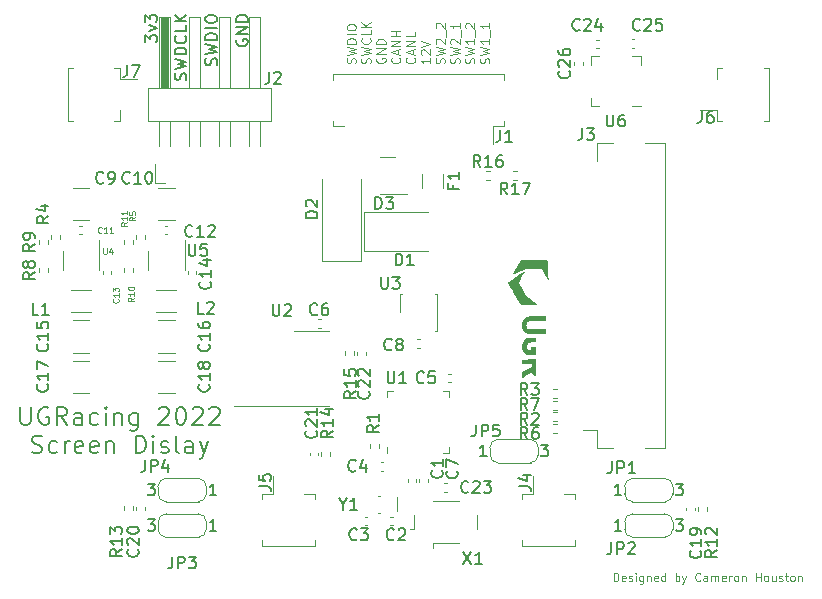
<source format=gto>
%TF.GenerationSoftware,KiCad,Pcbnew,(6.0.1)*%
%TF.CreationDate,2022-03-14T14:07:41+00:00*%
%TF.ProjectId,UGR-22 Screen,5547522d-3232-4205-9363-7265656e2e6b,rev?*%
%TF.SameCoordinates,Original*%
%TF.FileFunction,Legend,Top*%
%TF.FilePolarity,Positive*%
%FSLAX46Y46*%
G04 Gerber Fmt 4.6, Leading zero omitted, Abs format (unit mm)*
G04 Created by KiCad (PCBNEW (6.0.1)) date 2022-03-14 14:07:41*
%MOMM*%
%LPD*%
G01*
G04 APERTURE LIST*
%ADD10C,0.150000*%
%ADD11C,0.125000*%
%ADD12C,0.120000*%
%ADD13C,0.100000*%
%ADD14R,0.760000X6.000000*%
G04 APERTURE END LIST*
D10*
X98900000Y-120561904D02*
X98852380Y-120657142D01*
X98852380Y-120800000D01*
X98900000Y-120942857D01*
X98995238Y-121038095D01*
X99090476Y-121085714D01*
X99280952Y-121133333D01*
X99423809Y-121133333D01*
X99614285Y-121085714D01*
X99709523Y-121038095D01*
X99804761Y-120942857D01*
X99852380Y-120800000D01*
X99852380Y-120704761D01*
X99804761Y-120561904D01*
X99757142Y-120514285D01*
X99423809Y-120514285D01*
X99423809Y-120704761D01*
X99852380Y-120085714D02*
X98852380Y-120085714D01*
X99852380Y-119514285D01*
X98852380Y-119514285D01*
X99852380Y-119038095D02*
X98852380Y-119038095D01*
X98852380Y-118800000D01*
X98900000Y-118657142D01*
X98995238Y-118561904D01*
X99090476Y-118514285D01*
X99280952Y-118466666D01*
X99423809Y-118466666D01*
X99614285Y-118514285D01*
X99709523Y-118561904D01*
X99804761Y-118657142D01*
X99852380Y-118800000D01*
X99852380Y-119038095D01*
X97204761Y-122719047D02*
X97252380Y-122576190D01*
X97252380Y-122338095D01*
X97204761Y-122242857D01*
X97157142Y-122195238D01*
X97061904Y-122147619D01*
X96966666Y-122147619D01*
X96871428Y-122195238D01*
X96823809Y-122242857D01*
X96776190Y-122338095D01*
X96728571Y-122528571D01*
X96680952Y-122623809D01*
X96633333Y-122671428D01*
X96538095Y-122719047D01*
X96442857Y-122719047D01*
X96347619Y-122671428D01*
X96300000Y-122623809D01*
X96252380Y-122528571D01*
X96252380Y-122290476D01*
X96300000Y-122147619D01*
X96252380Y-121814285D02*
X97252380Y-121576190D01*
X96538095Y-121385714D01*
X97252380Y-121195238D01*
X96252380Y-120957142D01*
X97252380Y-120576190D02*
X96252380Y-120576190D01*
X96252380Y-120338095D01*
X96300000Y-120195238D01*
X96395238Y-120100000D01*
X96490476Y-120052380D01*
X96680952Y-120004761D01*
X96823809Y-120004761D01*
X97014285Y-120052380D01*
X97109523Y-120100000D01*
X97204761Y-120195238D01*
X97252380Y-120338095D01*
X97252380Y-120576190D01*
X97252380Y-119576190D02*
X96252380Y-119576190D01*
X96252380Y-118909523D02*
X96252380Y-118719047D01*
X96300000Y-118623809D01*
X96395238Y-118528571D01*
X96585714Y-118480952D01*
X96919047Y-118480952D01*
X97109523Y-118528571D01*
X97204761Y-118623809D01*
X97252380Y-118719047D01*
X97252380Y-118909523D01*
X97204761Y-119004761D01*
X97109523Y-119100000D01*
X96919047Y-119147619D01*
X96585714Y-119147619D01*
X96395238Y-119100000D01*
X96300000Y-119004761D01*
X96252380Y-118909523D01*
X94604761Y-123961904D02*
X94652380Y-123819047D01*
X94652380Y-123580952D01*
X94604761Y-123485714D01*
X94557142Y-123438095D01*
X94461904Y-123390476D01*
X94366666Y-123390476D01*
X94271428Y-123438095D01*
X94223809Y-123485714D01*
X94176190Y-123580952D01*
X94128571Y-123771428D01*
X94080952Y-123866666D01*
X94033333Y-123914285D01*
X93938095Y-123961904D01*
X93842857Y-123961904D01*
X93747619Y-123914285D01*
X93700000Y-123866666D01*
X93652380Y-123771428D01*
X93652380Y-123533333D01*
X93700000Y-123390476D01*
X93652380Y-123057142D02*
X94652380Y-122819047D01*
X93938095Y-122628571D01*
X94652380Y-122438095D01*
X93652380Y-122200000D01*
X94652380Y-121819047D02*
X93652380Y-121819047D01*
X93652380Y-121580952D01*
X93700000Y-121438095D01*
X93795238Y-121342857D01*
X93890476Y-121295238D01*
X94080952Y-121247619D01*
X94223809Y-121247619D01*
X94414285Y-121295238D01*
X94509523Y-121342857D01*
X94604761Y-121438095D01*
X94652380Y-121580952D01*
X94652380Y-121819047D01*
X94557142Y-120247619D02*
X94604761Y-120295238D01*
X94652380Y-120438095D01*
X94652380Y-120533333D01*
X94604761Y-120676190D01*
X94509523Y-120771428D01*
X94414285Y-120819047D01*
X94223809Y-120866666D01*
X94080952Y-120866666D01*
X93890476Y-120819047D01*
X93795238Y-120771428D01*
X93700000Y-120676190D01*
X93652380Y-120533333D01*
X93652380Y-120438095D01*
X93700000Y-120295238D01*
X93747619Y-120247619D01*
X94652380Y-119342857D02*
X94652380Y-119819047D01*
X93652380Y-119819047D01*
X94652380Y-119009523D02*
X93652380Y-119009523D01*
X94652380Y-118438095D02*
X94080952Y-118866666D01*
X93652380Y-118438095D02*
X94223809Y-119009523D01*
D11*
X130833333Y-166416666D02*
X130833333Y-165716666D01*
X130999999Y-165716666D01*
X131099999Y-165750000D01*
X131166666Y-165816666D01*
X131199999Y-165883333D01*
X131233333Y-166016666D01*
X131233333Y-166116666D01*
X131199999Y-166250000D01*
X131166666Y-166316666D01*
X131099999Y-166383333D01*
X130999999Y-166416666D01*
X130833333Y-166416666D01*
X131799999Y-166383333D02*
X131733333Y-166416666D01*
X131599999Y-166416666D01*
X131533333Y-166383333D01*
X131499999Y-166316666D01*
X131499999Y-166050000D01*
X131533333Y-165983333D01*
X131599999Y-165950000D01*
X131733333Y-165950000D01*
X131799999Y-165983333D01*
X131833333Y-166050000D01*
X131833333Y-166116666D01*
X131499999Y-166183333D01*
X132099999Y-166383333D02*
X132166666Y-166416666D01*
X132299999Y-166416666D01*
X132366666Y-166383333D01*
X132399999Y-166316666D01*
X132399999Y-166283333D01*
X132366666Y-166216666D01*
X132299999Y-166183333D01*
X132199999Y-166183333D01*
X132133333Y-166150000D01*
X132099999Y-166083333D01*
X132099999Y-166050000D01*
X132133333Y-165983333D01*
X132199999Y-165950000D01*
X132299999Y-165950000D01*
X132366666Y-165983333D01*
X132699999Y-166416666D02*
X132699999Y-165950000D01*
X132699999Y-165716666D02*
X132666666Y-165750000D01*
X132699999Y-165783333D01*
X132733333Y-165750000D01*
X132699999Y-165716666D01*
X132699999Y-165783333D01*
X133333333Y-165950000D02*
X133333333Y-166516666D01*
X133299999Y-166583333D01*
X133266666Y-166616666D01*
X133199999Y-166650000D01*
X133099999Y-166650000D01*
X133033333Y-166616666D01*
X133333333Y-166383333D02*
X133266666Y-166416666D01*
X133133333Y-166416666D01*
X133066666Y-166383333D01*
X133033333Y-166350000D01*
X132999999Y-166283333D01*
X132999999Y-166083333D01*
X133033333Y-166016666D01*
X133066666Y-165983333D01*
X133133333Y-165950000D01*
X133266666Y-165950000D01*
X133333333Y-165983333D01*
X133666666Y-165950000D02*
X133666666Y-166416666D01*
X133666666Y-166016666D02*
X133699999Y-165983333D01*
X133766666Y-165950000D01*
X133866666Y-165950000D01*
X133933333Y-165983333D01*
X133966666Y-166050000D01*
X133966666Y-166416666D01*
X134566666Y-166383333D02*
X134500000Y-166416666D01*
X134366666Y-166416666D01*
X134300000Y-166383333D01*
X134266666Y-166316666D01*
X134266666Y-166050000D01*
X134300000Y-165983333D01*
X134366666Y-165950000D01*
X134500000Y-165950000D01*
X134566666Y-165983333D01*
X134600000Y-166050000D01*
X134600000Y-166116666D01*
X134266666Y-166183333D01*
X135200000Y-166416666D02*
X135200000Y-165716666D01*
X135200000Y-166383333D02*
X135133333Y-166416666D01*
X135000000Y-166416666D01*
X134933333Y-166383333D01*
X134900000Y-166350000D01*
X134866666Y-166283333D01*
X134866666Y-166083333D01*
X134900000Y-166016666D01*
X134933333Y-165983333D01*
X135000000Y-165950000D01*
X135133333Y-165950000D01*
X135200000Y-165983333D01*
X136066666Y-166416666D02*
X136066666Y-165716666D01*
X136066666Y-165983333D02*
X136133333Y-165950000D01*
X136266666Y-165950000D01*
X136333333Y-165983333D01*
X136366666Y-166016666D01*
X136400000Y-166083333D01*
X136400000Y-166283333D01*
X136366666Y-166350000D01*
X136333333Y-166383333D01*
X136266666Y-166416666D01*
X136133333Y-166416666D01*
X136066666Y-166383333D01*
X136633333Y-165950000D02*
X136800000Y-166416666D01*
X136966666Y-165950000D02*
X136800000Y-166416666D01*
X136733333Y-166583333D01*
X136700000Y-166616666D01*
X136633333Y-166650000D01*
X138166666Y-166350000D02*
X138133333Y-166383333D01*
X138033333Y-166416666D01*
X137966666Y-166416666D01*
X137866666Y-166383333D01*
X137800000Y-166316666D01*
X137766666Y-166250000D01*
X137733333Y-166116666D01*
X137733333Y-166016666D01*
X137766666Y-165883333D01*
X137800000Y-165816666D01*
X137866666Y-165750000D01*
X137966666Y-165716666D01*
X138033333Y-165716666D01*
X138133333Y-165750000D01*
X138166666Y-165783333D01*
X138766666Y-166416666D02*
X138766666Y-166050000D01*
X138733333Y-165983333D01*
X138666666Y-165950000D01*
X138533333Y-165950000D01*
X138466666Y-165983333D01*
X138766666Y-166383333D02*
X138700000Y-166416666D01*
X138533333Y-166416666D01*
X138466666Y-166383333D01*
X138433333Y-166316666D01*
X138433333Y-166250000D01*
X138466666Y-166183333D01*
X138533333Y-166150000D01*
X138700000Y-166150000D01*
X138766666Y-166116666D01*
X139100000Y-166416666D02*
X139100000Y-165950000D01*
X139100000Y-166016666D02*
X139133333Y-165983333D01*
X139200000Y-165950000D01*
X139300000Y-165950000D01*
X139366666Y-165983333D01*
X139400000Y-166050000D01*
X139400000Y-166416666D01*
X139400000Y-166050000D02*
X139433333Y-165983333D01*
X139500000Y-165950000D01*
X139600000Y-165950000D01*
X139666666Y-165983333D01*
X139700000Y-166050000D01*
X139700000Y-166416666D01*
X140300000Y-166383333D02*
X140233333Y-166416666D01*
X140100000Y-166416666D01*
X140033333Y-166383333D01*
X140000000Y-166316666D01*
X140000000Y-166050000D01*
X140033333Y-165983333D01*
X140100000Y-165950000D01*
X140233333Y-165950000D01*
X140300000Y-165983333D01*
X140333333Y-166050000D01*
X140333333Y-166116666D01*
X140000000Y-166183333D01*
X140633333Y-166416666D02*
X140633333Y-165950000D01*
X140633333Y-166083333D02*
X140666666Y-166016666D01*
X140700000Y-165983333D01*
X140766666Y-165950000D01*
X140833333Y-165950000D01*
X141166666Y-166416666D02*
X141100000Y-166383333D01*
X141066666Y-166350000D01*
X141033333Y-166283333D01*
X141033333Y-166083333D01*
X141066666Y-166016666D01*
X141100000Y-165983333D01*
X141166666Y-165950000D01*
X141266666Y-165950000D01*
X141333333Y-165983333D01*
X141366666Y-166016666D01*
X141400000Y-166083333D01*
X141400000Y-166283333D01*
X141366666Y-166350000D01*
X141333333Y-166383333D01*
X141266666Y-166416666D01*
X141166666Y-166416666D01*
X141700000Y-165950000D02*
X141700000Y-166416666D01*
X141700000Y-166016666D02*
X141733333Y-165983333D01*
X141800000Y-165950000D01*
X141900000Y-165950000D01*
X141966666Y-165983333D01*
X142000000Y-166050000D01*
X142000000Y-166416666D01*
X142866666Y-166416666D02*
X142866666Y-165716666D01*
X142866666Y-166050000D02*
X143266666Y-166050000D01*
X143266666Y-166416666D02*
X143266666Y-165716666D01*
X143700000Y-166416666D02*
X143633333Y-166383333D01*
X143600000Y-166350000D01*
X143566666Y-166283333D01*
X143566666Y-166083333D01*
X143600000Y-166016666D01*
X143633333Y-165983333D01*
X143700000Y-165950000D01*
X143800000Y-165950000D01*
X143866666Y-165983333D01*
X143900000Y-166016666D01*
X143933333Y-166083333D01*
X143933333Y-166283333D01*
X143900000Y-166350000D01*
X143866666Y-166383333D01*
X143800000Y-166416666D01*
X143700000Y-166416666D01*
X144533333Y-165950000D02*
X144533333Y-166416666D01*
X144233333Y-165950000D02*
X144233333Y-166316666D01*
X144266666Y-166383333D01*
X144333333Y-166416666D01*
X144433333Y-166416666D01*
X144500000Y-166383333D01*
X144533333Y-166350000D01*
X144833333Y-166383333D02*
X144900000Y-166416666D01*
X145033333Y-166416666D01*
X145100000Y-166383333D01*
X145133333Y-166316666D01*
X145133333Y-166283333D01*
X145100000Y-166216666D01*
X145033333Y-166183333D01*
X144933333Y-166183333D01*
X144866666Y-166150000D01*
X144833333Y-166083333D01*
X144833333Y-166050000D01*
X144866666Y-165983333D01*
X144933333Y-165950000D01*
X145033333Y-165950000D01*
X145100000Y-165983333D01*
X145333333Y-165950000D02*
X145600000Y-165950000D01*
X145433333Y-165716666D02*
X145433333Y-166316666D01*
X145466666Y-166383333D01*
X145533333Y-166416666D01*
X145600000Y-166416666D01*
X145933333Y-166416666D02*
X145866666Y-166383333D01*
X145833333Y-166350000D01*
X145800000Y-166283333D01*
X145800000Y-166083333D01*
X145833333Y-166016666D01*
X145866666Y-165983333D01*
X145933333Y-165950000D01*
X146033333Y-165950000D01*
X146100000Y-165983333D01*
X146133333Y-166016666D01*
X146166666Y-166083333D01*
X146166666Y-166283333D01*
X146133333Y-166350000D01*
X146100000Y-166383333D01*
X146033333Y-166416666D01*
X145933333Y-166416666D01*
X146466666Y-165950000D02*
X146466666Y-166416666D01*
X146466666Y-166016666D02*
X146500000Y-165983333D01*
X146566666Y-165950000D01*
X146666666Y-165950000D01*
X146733333Y-165983333D01*
X146766666Y-166050000D01*
X146766666Y-166416666D01*
X108964614Y-122570178D02*
X109001757Y-122458750D01*
X109001757Y-122273035D01*
X108964614Y-122198750D01*
X108927471Y-122161607D01*
X108853185Y-122124464D01*
X108778900Y-122124464D01*
X108704614Y-122161607D01*
X108667471Y-122198750D01*
X108630328Y-122273035D01*
X108593185Y-122421607D01*
X108556042Y-122495892D01*
X108518900Y-122533035D01*
X108444614Y-122570178D01*
X108370328Y-122570178D01*
X108296042Y-122533035D01*
X108258900Y-122495892D01*
X108221757Y-122421607D01*
X108221757Y-122235892D01*
X108258900Y-122124464D01*
X108221757Y-121864464D02*
X109001757Y-121678750D01*
X108444614Y-121530178D01*
X109001757Y-121381607D01*
X108221757Y-121195892D01*
X109001757Y-120898750D02*
X108221757Y-120898750D01*
X108221757Y-120713035D01*
X108258900Y-120601607D01*
X108333185Y-120527321D01*
X108407471Y-120490178D01*
X108556042Y-120453035D01*
X108667471Y-120453035D01*
X108816042Y-120490178D01*
X108890328Y-120527321D01*
X108964614Y-120601607D01*
X109001757Y-120713035D01*
X109001757Y-120898750D01*
X109001757Y-120118750D02*
X108221757Y-120118750D01*
X108221757Y-119598750D02*
X108221757Y-119450178D01*
X108258900Y-119375892D01*
X108333185Y-119301607D01*
X108481757Y-119264464D01*
X108741757Y-119264464D01*
X108890328Y-119301607D01*
X108964614Y-119375892D01*
X109001757Y-119450178D01*
X109001757Y-119598750D01*
X108964614Y-119673035D01*
X108890328Y-119747321D01*
X108741757Y-119784464D01*
X108481757Y-119784464D01*
X108333185Y-119747321D01*
X108258900Y-119673035D01*
X108221757Y-119598750D01*
X110220414Y-122570178D02*
X110257557Y-122458750D01*
X110257557Y-122273035D01*
X110220414Y-122198750D01*
X110183271Y-122161607D01*
X110108985Y-122124464D01*
X110034700Y-122124464D01*
X109960414Y-122161607D01*
X109923271Y-122198750D01*
X109886128Y-122273035D01*
X109848985Y-122421607D01*
X109811842Y-122495892D01*
X109774700Y-122533035D01*
X109700414Y-122570178D01*
X109626128Y-122570178D01*
X109551842Y-122533035D01*
X109514700Y-122495892D01*
X109477557Y-122421607D01*
X109477557Y-122235892D01*
X109514700Y-122124464D01*
X109477557Y-121864464D02*
X110257557Y-121678750D01*
X109700414Y-121530178D01*
X110257557Y-121381607D01*
X109477557Y-121195892D01*
X110183271Y-120453035D02*
X110220414Y-120490178D01*
X110257557Y-120601607D01*
X110257557Y-120675892D01*
X110220414Y-120787321D01*
X110146128Y-120861607D01*
X110071842Y-120898750D01*
X109923271Y-120935892D01*
X109811842Y-120935892D01*
X109663271Y-120898750D01*
X109588985Y-120861607D01*
X109514700Y-120787321D01*
X109477557Y-120675892D01*
X109477557Y-120601607D01*
X109514700Y-120490178D01*
X109551842Y-120453035D01*
X110257557Y-119747321D02*
X110257557Y-120118750D01*
X109477557Y-120118750D01*
X110257557Y-119487321D02*
X109477557Y-119487321D01*
X110257557Y-119041607D02*
X109811842Y-119375892D01*
X109477557Y-119041607D02*
X109923271Y-119487321D01*
X110770500Y-122124464D02*
X110733357Y-122198750D01*
X110733357Y-122310178D01*
X110770500Y-122421607D01*
X110844785Y-122495892D01*
X110919071Y-122533035D01*
X111067642Y-122570178D01*
X111179071Y-122570178D01*
X111327642Y-122533035D01*
X111401928Y-122495892D01*
X111476214Y-122421607D01*
X111513357Y-122310178D01*
X111513357Y-122235892D01*
X111476214Y-122124464D01*
X111439071Y-122087321D01*
X111179071Y-122087321D01*
X111179071Y-122235892D01*
X111513357Y-121753035D02*
X110733357Y-121753035D01*
X111513357Y-121307321D01*
X110733357Y-121307321D01*
X111513357Y-120935892D02*
X110733357Y-120935892D01*
X110733357Y-120750178D01*
X110770500Y-120638750D01*
X110844785Y-120564464D01*
X110919071Y-120527321D01*
X111067642Y-120490178D01*
X111179071Y-120490178D01*
X111327642Y-120527321D01*
X111401928Y-120564464D01*
X111476214Y-120638750D01*
X111513357Y-120750178D01*
X111513357Y-120935892D01*
X112694871Y-122087321D02*
X112732014Y-122124464D01*
X112769157Y-122235892D01*
X112769157Y-122310178D01*
X112732014Y-122421607D01*
X112657728Y-122495892D01*
X112583442Y-122533035D01*
X112434871Y-122570178D01*
X112323442Y-122570178D01*
X112174871Y-122533035D01*
X112100585Y-122495892D01*
X112026300Y-122421607D01*
X111989157Y-122310178D01*
X111989157Y-122235892D01*
X112026300Y-122124464D01*
X112063442Y-122087321D01*
X112546300Y-121790178D02*
X112546300Y-121418750D01*
X112769157Y-121864464D02*
X111989157Y-121604464D01*
X112769157Y-121344464D01*
X112769157Y-121084464D02*
X111989157Y-121084464D01*
X112769157Y-120638750D01*
X111989157Y-120638750D01*
X112769157Y-120267321D02*
X111989157Y-120267321D01*
X112360585Y-120267321D02*
X112360585Y-119821607D01*
X112769157Y-119821607D02*
X111989157Y-119821607D01*
X113950671Y-122087321D02*
X113987814Y-122124464D01*
X114024957Y-122235892D01*
X114024957Y-122310178D01*
X113987814Y-122421607D01*
X113913528Y-122495892D01*
X113839242Y-122533035D01*
X113690671Y-122570178D01*
X113579242Y-122570178D01*
X113430671Y-122533035D01*
X113356385Y-122495892D01*
X113282100Y-122421607D01*
X113244957Y-122310178D01*
X113244957Y-122235892D01*
X113282100Y-122124464D01*
X113319242Y-122087321D01*
X113802100Y-121790178D02*
X113802100Y-121418750D01*
X114024957Y-121864464D02*
X113244957Y-121604464D01*
X114024957Y-121344464D01*
X114024957Y-121084464D02*
X113244957Y-121084464D01*
X114024957Y-120638750D01*
X113244957Y-120638750D01*
X114024957Y-119895892D02*
X114024957Y-120267321D01*
X113244957Y-120267321D01*
X115280757Y-122124464D02*
X115280757Y-122570178D01*
X115280757Y-122347321D02*
X114500757Y-122347321D01*
X114612185Y-122421607D01*
X114686471Y-122495892D01*
X114723614Y-122570178D01*
X114575042Y-121827321D02*
X114537900Y-121790178D01*
X114500757Y-121715892D01*
X114500757Y-121530178D01*
X114537900Y-121455892D01*
X114575042Y-121418750D01*
X114649328Y-121381607D01*
X114723614Y-121381607D01*
X114835042Y-121418750D01*
X115280757Y-121864464D01*
X115280757Y-121381607D01*
X114500757Y-121158750D02*
X115280757Y-120898750D01*
X114500757Y-120638750D01*
X116499414Y-122570178D02*
X116536557Y-122458750D01*
X116536557Y-122273035D01*
X116499414Y-122198750D01*
X116462271Y-122161607D01*
X116387985Y-122124464D01*
X116313700Y-122124464D01*
X116239414Y-122161607D01*
X116202271Y-122198750D01*
X116165128Y-122273035D01*
X116127985Y-122421607D01*
X116090842Y-122495892D01*
X116053700Y-122533035D01*
X115979414Y-122570178D01*
X115905128Y-122570178D01*
X115830842Y-122533035D01*
X115793700Y-122495892D01*
X115756557Y-122421607D01*
X115756557Y-122235892D01*
X115793700Y-122124464D01*
X115756557Y-121864464D02*
X116536557Y-121678750D01*
X115979414Y-121530178D01*
X116536557Y-121381607D01*
X115756557Y-121195892D01*
X115830842Y-120935892D02*
X115793700Y-120898750D01*
X115756557Y-120824464D01*
X115756557Y-120638750D01*
X115793700Y-120564464D01*
X115830842Y-120527321D01*
X115905128Y-120490178D01*
X115979414Y-120490178D01*
X116090842Y-120527321D01*
X116536557Y-120973035D01*
X116536557Y-120490178D01*
X116610842Y-120341607D02*
X116610842Y-119747321D01*
X115830842Y-119598750D02*
X115793700Y-119561607D01*
X115756557Y-119487321D01*
X115756557Y-119301607D01*
X115793700Y-119227321D01*
X115830842Y-119190178D01*
X115905128Y-119153035D01*
X115979414Y-119153035D01*
X116090842Y-119190178D01*
X116536557Y-119635892D01*
X116536557Y-119153035D01*
X117755214Y-122570178D02*
X117792357Y-122458750D01*
X117792357Y-122273035D01*
X117755214Y-122198750D01*
X117718071Y-122161607D01*
X117643785Y-122124464D01*
X117569500Y-122124464D01*
X117495214Y-122161607D01*
X117458071Y-122198750D01*
X117420928Y-122273035D01*
X117383785Y-122421607D01*
X117346642Y-122495892D01*
X117309500Y-122533035D01*
X117235214Y-122570178D01*
X117160928Y-122570178D01*
X117086642Y-122533035D01*
X117049500Y-122495892D01*
X117012357Y-122421607D01*
X117012357Y-122235892D01*
X117049500Y-122124464D01*
X117012357Y-121864464D02*
X117792357Y-121678750D01*
X117235214Y-121530178D01*
X117792357Y-121381607D01*
X117012357Y-121195892D01*
X117086642Y-120935892D02*
X117049500Y-120898750D01*
X117012357Y-120824464D01*
X117012357Y-120638750D01*
X117049500Y-120564464D01*
X117086642Y-120527321D01*
X117160928Y-120490178D01*
X117235214Y-120490178D01*
X117346642Y-120527321D01*
X117792357Y-120973035D01*
X117792357Y-120490178D01*
X117866642Y-120341607D02*
X117866642Y-119747321D01*
X117792357Y-119153035D02*
X117792357Y-119598750D01*
X117792357Y-119375892D02*
X117012357Y-119375892D01*
X117123785Y-119450178D01*
X117198071Y-119524464D01*
X117235214Y-119598750D01*
X119011014Y-122570178D02*
X119048157Y-122458750D01*
X119048157Y-122273035D01*
X119011014Y-122198750D01*
X118973871Y-122161607D01*
X118899585Y-122124464D01*
X118825300Y-122124464D01*
X118751014Y-122161607D01*
X118713871Y-122198750D01*
X118676728Y-122273035D01*
X118639585Y-122421607D01*
X118602442Y-122495892D01*
X118565300Y-122533035D01*
X118491014Y-122570178D01*
X118416728Y-122570178D01*
X118342442Y-122533035D01*
X118305300Y-122495892D01*
X118268157Y-122421607D01*
X118268157Y-122235892D01*
X118305300Y-122124464D01*
X118268157Y-121864464D02*
X119048157Y-121678750D01*
X118491014Y-121530178D01*
X119048157Y-121381607D01*
X118268157Y-121195892D01*
X119048157Y-120490178D02*
X119048157Y-120935892D01*
X119048157Y-120713035D02*
X118268157Y-120713035D01*
X118379585Y-120787321D01*
X118453871Y-120861607D01*
X118491014Y-120935892D01*
X119122442Y-120341607D02*
X119122442Y-119747321D01*
X118342442Y-119598750D02*
X118305300Y-119561607D01*
X118268157Y-119487321D01*
X118268157Y-119301607D01*
X118305300Y-119227321D01*
X118342442Y-119190178D01*
X118416728Y-119153035D01*
X118491014Y-119153035D01*
X118602442Y-119190178D01*
X119048157Y-119635892D01*
X119048157Y-119153035D01*
X120266814Y-122570178D02*
X120303957Y-122458750D01*
X120303957Y-122273035D01*
X120266814Y-122198750D01*
X120229671Y-122161607D01*
X120155385Y-122124464D01*
X120081100Y-122124464D01*
X120006814Y-122161607D01*
X119969671Y-122198750D01*
X119932528Y-122273035D01*
X119895385Y-122421607D01*
X119858242Y-122495892D01*
X119821100Y-122533035D01*
X119746814Y-122570178D01*
X119672528Y-122570178D01*
X119598242Y-122533035D01*
X119561100Y-122495892D01*
X119523957Y-122421607D01*
X119523957Y-122235892D01*
X119561100Y-122124464D01*
X119523957Y-121864464D02*
X120303957Y-121678750D01*
X119746814Y-121530178D01*
X120303957Y-121381607D01*
X119523957Y-121195892D01*
X120303957Y-120490178D02*
X120303957Y-120935892D01*
X120303957Y-120713035D02*
X119523957Y-120713035D01*
X119635385Y-120787321D01*
X119709671Y-120861607D01*
X119746814Y-120935892D01*
X120378242Y-120341607D02*
X120378242Y-119747321D01*
X120303957Y-119153035D02*
X120303957Y-119598750D01*
X120303957Y-119375892D02*
X119523957Y-119375892D01*
X119635385Y-119450178D01*
X119709671Y-119524464D01*
X119746814Y-119598750D01*
D10*
X80607142Y-151671071D02*
X80607142Y-152885357D01*
X80678571Y-153028214D01*
X80750000Y-153099642D01*
X80892857Y-153171071D01*
X81178571Y-153171071D01*
X81321428Y-153099642D01*
X81392857Y-153028214D01*
X81464285Y-152885357D01*
X81464285Y-151671071D01*
X82964285Y-151742500D02*
X82821428Y-151671071D01*
X82607142Y-151671071D01*
X82392857Y-151742500D01*
X82250000Y-151885357D01*
X82178571Y-152028214D01*
X82107142Y-152313928D01*
X82107142Y-152528214D01*
X82178571Y-152813928D01*
X82250000Y-152956785D01*
X82392857Y-153099642D01*
X82607142Y-153171071D01*
X82750000Y-153171071D01*
X82964285Y-153099642D01*
X83035714Y-153028214D01*
X83035714Y-152528214D01*
X82750000Y-152528214D01*
X84535714Y-153171071D02*
X84035714Y-152456785D01*
X83678571Y-153171071D02*
X83678571Y-151671071D01*
X84250000Y-151671071D01*
X84392857Y-151742500D01*
X84464285Y-151813928D01*
X84535714Y-151956785D01*
X84535714Y-152171071D01*
X84464285Y-152313928D01*
X84392857Y-152385357D01*
X84250000Y-152456785D01*
X83678571Y-152456785D01*
X85821428Y-153171071D02*
X85821428Y-152385357D01*
X85750000Y-152242500D01*
X85607142Y-152171071D01*
X85321428Y-152171071D01*
X85178571Y-152242500D01*
X85821428Y-153099642D02*
X85678571Y-153171071D01*
X85321428Y-153171071D01*
X85178571Y-153099642D01*
X85107142Y-152956785D01*
X85107142Y-152813928D01*
X85178571Y-152671071D01*
X85321428Y-152599642D01*
X85678571Y-152599642D01*
X85821428Y-152528214D01*
X87178571Y-153099642D02*
X87035714Y-153171071D01*
X86750000Y-153171071D01*
X86607142Y-153099642D01*
X86535714Y-153028214D01*
X86464285Y-152885357D01*
X86464285Y-152456785D01*
X86535714Y-152313928D01*
X86607142Y-152242500D01*
X86750000Y-152171071D01*
X87035714Y-152171071D01*
X87178571Y-152242500D01*
X87821428Y-153171071D02*
X87821428Y-152171071D01*
X87821428Y-151671071D02*
X87750000Y-151742500D01*
X87821428Y-151813928D01*
X87892857Y-151742500D01*
X87821428Y-151671071D01*
X87821428Y-151813928D01*
X88535714Y-152171071D02*
X88535714Y-153171071D01*
X88535714Y-152313928D02*
X88607142Y-152242500D01*
X88750000Y-152171071D01*
X88964285Y-152171071D01*
X89107142Y-152242500D01*
X89178571Y-152385357D01*
X89178571Y-153171071D01*
X90535714Y-152171071D02*
X90535714Y-153385357D01*
X90464285Y-153528214D01*
X90392857Y-153599642D01*
X90250000Y-153671071D01*
X90035714Y-153671071D01*
X89892857Y-153599642D01*
X90535714Y-153099642D02*
X90392857Y-153171071D01*
X90107142Y-153171071D01*
X89964285Y-153099642D01*
X89892857Y-153028214D01*
X89821428Y-152885357D01*
X89821428Y-152456785D01*
X89892857Y-152313928D01*
X89964285Y-152242500D01*
X90107142Y-152171071D01*
X90392857Y-152171071D01*
X90535714Y-152242500D01*
X92321428Y-151813928D02*
X92392857Y-151742500D01*
X92535714Y-151671071D01*
X92892857Y-151671071D01*
X93035714Y-151742500D01*
X93107142Y-151813928D01*
X93178571Y-151956785D01*
X93178571Y-152099642D01*
X93107142Y-152313928D01*
X92250000Y-153171071D01*
X93178571Y-153171071D01*
X94107142Y-151671071D02*
X94250000Y-151671071D01*
X94392857Y-151742500D01*
X94464285Y-151813928D01*
X94535714Y-151956785D01*
X94607142Y-152242500D01*
X94607142Y-152599642D01*
X94535714Y-152885357D01*
X94464285Y-153028214D01*
X94392857Y-153099642D01*
X94250000Y-153171071D01*
X94107142Y-153171071D01*
X93964285Y-153099642D01*
X93892857Y-153028214D01*
X93821428Y-152885357D01*
X93750000Y-152599642D01*
X93750000Y-152242500D01*
X93821428Y-151956785D01*
X93892857Y-151813928D01*
X93964285Y-151742500D01*
X94107142Y-151671071D01*
X95178571Y-151813928D02*
X95250000Y-151742500D01*
X95392857Y-151671071D01*
X95750000Y-151671071D01*
X95892857Y-151742500D01*
X95964285Y-151813928D01*
X96035714Y-151956785D01*
X96035714Y-152099642D01*
X95964285Y-152313928D01*
X95107142Y-153171071D01*
X96035714Y-153171071D01*
X96607142Y-151813928D02*
X96678571Y-151742500D01*
X96821428Y-151671071D01*
X97178571Y-151671071D01*
X97321428Y-151742500D01*
X97392857Y-151813928D01*
X97464285Y-151956785D01*
X97464285Y-152099642D01*
X97392857Y-152313928D01*
X96535714Y-153171071D01*
X97464285Y-153171071D01*
X81571428Y-155514642D02*
X81785714Y-155586071D01*
X82142857Y-155586071D01*
X82285714Y-155514642D01*
X82357142Y-155443214D01*
X82428571Y-155300357D01*
X82428571Y-155157500D01*
X82357142Y-155014642D01*
X82285714Y-154943214D01*
X82142857Y-154871785D01*
X81857142Y-154800357D01*
X81714285Y-154728928D01*
X81642857Y-154657500D01*
X81571428Y-154514642D01*
X81571428Y-154371785D01*
X81642857Y-154228928D01*
X81714285Y-154157500D01*
X81857142Y-154086071D01*
X82214285Y-154086071D01*
X82428571Y-154157500D01*
X83714285Y-155514642D02*
X83571428Y-155586071D01*
X83285714Y-155586071D01*
X83142857Y-155514642D01*
X83071428Y-155443214D01*
X83000000Y-155300357D01*
X83000000Y-154871785D01*
X83071428Y-154728928D01*
X83142857Y-154657500D01*
X83285714Y-154586071D01*
X83571428Y-154586071D01*
X83714285Y-154657500D01*
X84357142Y-155586071D02*
X84357142Y-154586071D01*
X84357142Y-154871785D02*
X84428571Y-154728928D01*
X84500000Y-154657500D01*
X84642857Y-154586071D01*
X84785714Y-154586071D01*
X85857142Y-155514642D02*
X85714285Y-155586071D01*
X85428571Y-155586071D01*
X85285714Y-155514642D01*
X85214285Y-155371785D01*
X85214285Y-154800357D01*
X85285714Y-154657500D01*
X85428571Y-154586071D01*
X85714285Y-154586071D01*
X85857142Y-154657500D01*
X85928571Y-154800357D01*
X85928571Y-154943214D01*
X85214285Y-155086071D01*
X87142857Y-155514642D02*
X87000000Y-155586071D01*
X86714285Y-155586071D01*
X86571428Y-155514642D01*
X86500000Y-155371785D01*
X86500000Y-154800357D01*
X86571428Y-154657500D01*
X86714285Y-154586071D01*
X87000000Y-154586071D01*
X87142857Y-154657500D01*
X87214285Y-154800357D01*
X87214285Y-154943214D01*
X86500000Y-155086071D01*
X87857142Y-154586071D02*
X87857142Y-155586071D01*
X87857142Y-154728928D02*
X87928571Y-154657500D01*
X88071428Y-154586071D01*
X88285714Y-154586071D01*
X88428571Y-154657500D01*
X88500000Y-154800357D01*
X88500000Y-155586071D01*
X90357142Y-155586071D02*
X90357142Y-154086071D01*
X90714285Y-154086071D01*
X90928571Y-154157500D01*
X91071428Y-154300357D01*
X91142857Y-154443214D01*
X91214285Y-154728928D01*
X91214285Y-154943214D01*
X91142857Y-155228928D01*
X91071428Y-155371785D01*
X90928571Y-155514642D01*
X90714285Y-155586071D01*
X90357142Y-155586071D01*
X91857142Y-155586071D02*
X91857142Y-154586071D01*
X91857142Y-154086071D02*
X91785714Y-154157500D01*
X91857142Y-154228928D01*
X91928571Y-154157500D01*
X91857142Y-154086071D01*
X91857142Y-154228928D01*
X92500000Y-155514642D02*
X92642857Y-155586071D01*
X92928571Y-155586071D01*
X93071428Y-155514642D01*
X93142857Y-155371785D01*
X93142857Y-155300357D01*
X93071428Y-155157500D01*
X92928571Y-155086071D01*
X92714285Y-155086071D01*
X92571428Y-155014642D01*
X92500000Y-154871785D01*
X92500000Y-154800357D01*
X92571428Y-154657500D01*
X92714285Y-154586071D01*
X92928571Y-154586071D01*
X93071428Y-154657500D01*
X94000000Y-155586071D02*
X93857142Y-155514642D01*
X93785714Y-155371785D01*
X93785714Y-154086071D01*
X95214285Y-155586071D02*
X95214285Y-154800357D01*
X95142857Y-154657500D01*
X95000000Y-154586071D01*
X94714285Y-154586071D01*
X94571428Y-154657500D01*
X95214285Y-155514642D02*
X95071428Y-155586071D01*
X94714285Y-155586071D01*
X94571428Y-155514642D01*
X94500000Y-155371785D01*
X94500000Y-155228928D01*
X94571428Y-155086071D01*
X94714285Y-155014642D01*
X95071428Y-155014642D01*
X95214285Y-154943214D01*
X95785714Y-154586071D02*
X96142857Y-155586071D01*
X96500000Y-154586071D02*
X96142857Y-155586071D01*
X96000000Y-155943214D01*
X95928571Y-156014642D01*
X95785714Y-156086071D01*
X91152380Y-120790476D02*
X91152380Y-120171428D01*
X91533333Y-120504761D01*
X91533333Y-120361904D01*
X91580952Y-120266666D01*
X91628571Y-120219047D01*
X91723809Y-120171428D01*
X91961904Y-120171428D01*
X92057142Y-120219047D01*
X92104761Y-120266666D01*
X92152380Y-120361904D01*
X92152380Y-120647619D01*
X92104761Y-120742857D01*
X92057142Y-120790476D01*
X91485714Y-119838095D02*
X92152380Y-119600000D01*
X91485714Y-119361904D01*
X91152380Y-119076190D02*
X91152380Y-118457142D01*
X91533333Y-118790476D01*
X91533333Y-118647619D01*
X91580952Y-118552380D01*
X91628571Y-118504761D01*
X91723809Y-118457142D01*
X91961904Y-118457142D01*
X92057142Y-118504761D01*
X92104761Y-118552380D01*
X92152380Y-118647619D01*
X92152380Y-118933333D01*
X92104761Y-119028571D01*
X92057142Y-119076190D01*
D11*
%TO.C,R5*%
X90326190Y-135583333D02*
X90088095Y-135750000D01*
X90326190Y-135869047D02*
X89826190Y-135869047D01*
X89826190Y-135678571D01*
X89850000Y-135630952D01*
X89873809Y-135607142D01*
X89921428Y-135583333D01*
X89992857Y-135583333D01*
X90040476Y-135607142D01*
X90064285Y-135630952D01*
X90088095Y-135678571D01*
X90088095Y-135869047D01*
X89826190Y-135130952D02*
X89826190Y-135369047D01*
X90064285Y-135392857D01*
X90040476Y-135369047D01*
X90016666Y-135321428D01*
X90016666Y-135202380D01*
X90040476Y-135154761D01*
X90064285Y-135130952D01*
X90111904Y-135107142D01*
X90230952Y-135107142D01*
X90278571Y-135130952D01*
X90302380Y-135154761D01*
X90326190Y-135202380D01*
X90326190Y-135321428D01*
X90302380Y-135369047D01*
X90278571Y-135392857D01*
D10*
%TO.C,C6*%
X105733333Y-143797142D02*
X105685714Y-143844761D01*
X105542857Y-143892380D01*
X105447619Y-143892380D01*
X105304761Y-143844761D01*
X105209523Y-143749523D01*
X105161904Y-143654285D01*
X105114285Y-143463809D01*
X105114285Y-143320952D01*
X105161904Y-143130476D01*
X105209523Y-143035238D01*
X105304761Y-142940000D01*
X105447619Y-142892380D01*
X105542857Y-142892380D01*
X105685714Y-142940000D01*
X105733333Y-142987619D01*
X106590476Y-142892380D02*
X106400000Y-142892380D01*
X106304761Y-142940000D01*
X106257142Y-142987619D01*
X106161904Y-143130476D01*
X106114285Y-143320952D01*
X106114285Y-143701904D01*
X106161904Y-143797142D01*
X106209523Y-143844761D01*
X106304761Y-143892380D01*
X106495238Y-143892380D01*
X106590476Y-143844761D01*
X106638095Y-143797142D01*
X106685714Y-143701904D01*
X106685714Y-143463809D01*
X106638095Y-143368571D01*
X106590476Y-143320952D01*
X106495238Y-143273333D01*
X106304761Y-143273333D01*
X106209523Y-143320952D01*
X106161904Y-143368571D01*
X106114285Y-143463809D01*
%TO.C,X1*%
X118115476Y-163927380D02*
X118782142Y-164927380D01*
X118782142Y-163927380D02*
X118115476Y-164927380D01*
X119686904Y-164927380D02*
X119115476Y-164927380D01*
X119401190Y-164927380D02*
X119401190Y-163927380D01*
X119305952Y-164070238D01*
X119210714Y-164165476D01*
X119115476Y-164213095D01*
%TO.C,C21*%
X105632142Y-153667857D02*
X105679761Y-153715476D01*
X105727380Y-153858333D01*
X105727380Y-153953571D01*
X105679761Y-154096428D01*
X105584523Y-154191666D01*
X105489285Y-154239285D01*
X105298809Y-154286904D01*
X105155952Y-154286904D01*
X104965476Y-154239285D01*
X104870238Y-154191666D01*
X104775000Y-154096428D01*
X104727380Y-153953571D01*
X104727380Y-153858333D01*
X104775000Y-153715476D01*
X104822619Y-153667857D01*
X104822619Y-153286904D02*
X104775000Y-153239285D01*
X104727380Y-153144047D01*
X104727380Y-152905952D01*
X104775000Y-152810714D01*
X104822619Y-152763095D01*
X104917857Y-152715476D01*
X105013095Y-152715476D01*
X105155952Y-152763095D01*
X105727380Y-153334523D01*
X105727380Y-152715476D01*
X105727380Y-151763095D02*
X105727380Y-152334523D01*
X105727380Y-152048809D02*
X104727380Y-152048809D01*
X104870238Y-152144047D01*
X104965476Y-152239285D01*
X105013095Y-152334523D01*
%TO.C,R1*%
X110927380Y-153191666D02*
X110451190Y-153525000D01*
X110927380Y-153763095D02*
X109927380Y-153763095D01*
X109927380Y-153382142D01*
X109975000Y-153286904D01*
X110022619Y-153239285D01*
X110117857Y-153191666D01*
X110260714Y-153191666D01*
X110355952Y-153239285D01*
X110403571Y-153286904D01*
X110451190Y-153382142D01*
X110451190Y-153763095D01*
X110927380Y-152239285D02*
X110927380Y-152810714D01*
X110927380Y-152525000D02*
X109927380Y-152525000D01*
X110070238Y-152620238D01*
X110165476Y-152715476D01*
X110213095Y-152810714D01*
%TO.C,C1*%
X116282142Y-157041666D02*
X116329761Y-157089285D01*
X116377380Y-157232142D01*
X116377380Y-157327380D01*
X116329761Y-157470238D01*
X116234523Y-157565476D01*
X116139285Y-157613095D01*
X115948809Y-157660714D01*
X115805952Y-157660714D01*
X115615476Y-157613095D01*
X115520238Y-157565476D01*
X115425000Y-157470238D01*
X115377380Y-157327380D01*
X115377380Y-157232142D01*
X115425000Y-157089285D01*
X115472619Y-157041666D01*
X116377380Y-156089285D02*
X116377380Y-156660714D01*
X116377380Y-156375000D02*
X115377380Y-156375000D01*
X115520238Y-156470238D01*
X115615476Y-156565476D01*
X115663095Y-156660714D01*
%TO.C,R12*%
X139577380Y-163792857D02*
X139101190Y-164126190D01*
X139577380Y-164364285D02*
X138577380Y-164364285D01*
X138577380Y-163983333D01*
X138625000Y-163888095D01*
X138672619Y-163840476D01*
X138767857Y-163792857D01*
X138910714Y-163792857D01*
X139005952Y-163840476D01*
X139053571Y-163888095D01*
X139101190Y-163983333D01*
X139101190Y-164364285D01*
X139577380Y-162840476D02*
X139577380Y-163411904D01*
X139577380Y-163126190D02*
X138577380Y-163126190D01*
X138720238Y-163221428D01*
X138815476Y-163316666D01*
X138863095Y-163411904D01*
X138672619Y-162459523D02*
X138625000Y-162411904D01*
X138577380Y-162316666D01*
X138577380Y-162078571D01*
X138625000Y-161983333D01*
X138672619Y-161935714D01*
X138767857Y-161888095D01*
X138863095Y-161888095D01*
X139005952Y-161935714D01*
X139577380Y-162507142D01*
X139577380Y-161888095D01*
%TO.C,J2*%
X101666666Y-123277380D02*
X101666666Y-123991666D01*
X101619047Y-124134523D01*
X101523809Y-124229761D01*
X101380952Y-124277380D01*
X101285714Y-124277380D01*
X102095238Y-123372619D02*
X102142857Y-123325000D01*
X102238095Y-123277380D01*
X102476190Y-123277380D01*
X102571428Y-123325000D01*
X102619047Y-123372619D01*
X102666666Y-123467857D01*
X102666666Y-123563095D01*
X102619047Y-123705952D01*
X102047619Y-124277380D01*
X102666666Y-124277380D01*
%TO.C,R6*%
X123533333Y-154377380D02*
X123200000Y-153901190D01*
X122961904Y-154377380D02*
X122961904Y-153377380D01*
X123342857Y-153377380D01*
X123438095Y-153425000D01*
X123485714Y-153472619D01*
X123533333Y-153567857D01*
X123533333Y-153710714D01*
X123485714Y-153805952D01*
X123438095Y-153853571D01*
X123342857Y-153901190D01*
X122961904Y-153901190D01*
X124390476Y-153377380D02*
X124200000Y-153377380D01*
X124104761Y-153425000D01*
X124057142Y-153472619D01*
X123961904Y-153615476D01*
X123914285Y-153805952D01*
X123914285Y-154186904D01*
X123961904Y-154282142D01*
X124009523Y-154329761D01*
X124104761Y-154377380D01*
X124295238Y-154377380D01*
X124390476Y-154329761D01*
X124438095Y-154282142D01*
X124485714Y-154186904D01*
X124485714Y-153948809D01*
X124438095Y-153853571D01*
X124390476Y-153805952D01*
X124295238Y-153758333D01*
X124104761Y-153758333D01*
X124009523Y-153805952D01*
X123961904Y-153853571D01*
X123914285Y-153948809D01*
%TO.C,U1*%
X111688095Y-148652380D02*
X111688095Y-149461904D01*
X111735714Y-149557142D01*
X111783333Y-149604761D01*
X111878571Y-149652380D01*
X112069047Y-149652380D01*
X112164285Y-149604761D01*
X112211904Y-149557142D01*
X112259523Y-149461904D01*
X112259523Y-148652380D01*
X113259523Y-149652380D02*
X112688095Y-149652380D01*
X112973809Y-149652380D02*
X112973809Y-148652380D01*
X112878571Y-148795238D01*
X112783333Y-148890476D01*
X112688095Y-148938095D01*
%TO.C,C2*%
X112233333Y-162857142D02*
X112185714Y-162904761D01*
X112042857Y-162952380D01*
X111947619Y-162952380D01*
X111804761Y-162904761D01*
X111709523Y-162809523D01*
X111661904Y-162714285D01*
X111614285Y-162523809D01*
X111614285Y-162380952D01*
X111661904Y-162190476D01*
X111709523Y-162095238D01*
X111804761Y-162000000D01*
X111947619Y-161952380D01*
X112042857Y-161952380D01*
X112185714Y-162000000D01*
X112233333Y-162047619D01*
X112614285Y-162047619D02*
X112661904Y-162000000D01*
X112757142Y-161952380D01*
X112995238Y-161952380D01*
X113090476Y-162000000D01*
X113138095Y-162047619D01*
X113185714Y-162142857D01*
X113185714Y-162238095D01*
X113138095Y-162380952D01*
X112566666Y-162952380D01*
X113185714Y-162952380D01*
D11*
%TO.C,R10*%
X90226190Y-142421428D02*
X89988095Y-142588095D01*
X90226190Y-142707142D02*
X89726190Y-142707142D01*
X89726190Y-142516666D01*
X89750000Y-142469047D01*
X89773809Y-142445238D01*
X89821428Y-142421428D01*
X89892857Y-142421428D01*
X89940476Y-142445238D01*
X89964285Y-142469047D01*
X89988095Y-142516666D01*
X89988095Y-142707142D01*
X90226190Y-141945238D02*
X90226190Y-142230952D01*
X90226190Y-142088095D02*
X89726190Y-142088095D01*
X89797619Y-142135714D01*
X89845238Y-142183333D01*
X89869047Y-142230952D01*
X89726190Y-141635714D02*
X89726190Y-141588095D01*
X89750000Y-141540476D01*
X89773809Y-141516666D01*
X89821428Y-141492857D01*
X89916666Y-141469047D01*
X90035714Y-141469047D01*
X90130952Y-141492857D01*
X90178571Y-141516666D01*
X90202380Y-141540476D01*
X90226190Y-141588095D01*
X90226190Y-141635714D01*
X90202380Y-141683333D01*
X90178571Y-141707142D01*
X90130952Y-141730952D01*
X90035714Y-141754761D01*
X89916666Y-141754761D01*
X89821428Y-141730952D01*
X89773809Y-141707142D01*
X89750000Y-141683333D01*
X89726190Y-141635714D01*
D10*
%TO.C,C3*%
X109083333Y-162857142D02*
X109035714Y-162904761D01*
X108892857Y-162952380D01*
X108797619Y-162952380D01*
X108654761Y-162904761D01*
X108559523Y-162809523D01*
X108511904Y-162714285D01*
X108464285Y-162523809D01*
X108464285Y-162380952D01*
X108511904Y-162190476D01*
X108559523Y-162095238D01*
X108654761Y-162000000D01*
X108797619Y-161952380D01*
X108892857Y-161952380D01*
X109035714Y-162000000D01*
X109083333Y-162047619D01*
X109416666Y-161952380D02*
X110035714Y-161952380D01*
X109702380Y-162333333D01*
X109845238Y-162333333D01*
X109940476Y-162380952D01*
X109988095Y-162428571D01*
X110035714Y-162523809D01*
X110035714Y-162761904D01*
X109988095Y-162857142D01*
X109940476Y-162904761D01*
X109845238Y-162952380D01*
X109559523Y-162952380D01*
X109464285Y-162904761D01*
X109416666Y-162857142D01*
%TO.C,L2*%
X96133333Y-143752380D02*
X95657142Y-143752380D01*
X95657142Y-142752380D01*
X96419047Y-142847619D02*
X96466666Y-142800000D01*
X96561904Y-142752380D01*
X96800000Y-142752380D01*
X96895238Y-142800000D01*
X96942857Y-142847619D01*
X96990476Y-142942857D01*
X96990476Y-143038095D01*
X96942857Y-143180952D01*
X96371428Y-143752380D01*
X96990476Y-143752380D01*
%TO.C,C8*%
X112033333Y-146782142D02*
X111985714Y-146829761D01*
X111842857Y-146877380D01*
X111747619Y-146877380D01*
X111604761Y-146829761D01*
X111509523Y-146734523D01*
X111461904Y-146639285D01*
X111414285Y-146448809D01*
X111414285Y-146305952D01*
X111461904Y-146115476D01*
X111509523Y-146020238D01*
X111604761Y-145925000D01*
X111747619Y-145877380D01*
X111842857Y-145877380D01*
X111985714Y-145925000D01*
X112033333Y-145972619D01*
X112604761Y-146305952D02*
X112509523Y-146258333D01*
X112461904Y-146210714D01*
X112414285Y-146115476D01*
X112414285Y-146067857D01*
X112461904Y-145972619D01*
X112509523Y-145925000D01*
X112604761Y-145877380D01*
X112795238Y-145877380D01*
X112890476Y-145925000D01*
X112938095Y-145972619D01*
X112985714Y-146067857D01*
X112985714Y-146115476D01*
X112938095Y-146210714D01*
X112890476Y-146258333D01*
X112795238Y-146305952D01*
X112604761Y-146305952D01*
X112509523Y-146353571D01*
X112461904Y-146401190D01*
X112414285Y-146496428D01*
X112414285Y-146686904D01*
X112461904Y-146782142D01*
X112509523Y-146829761D01*
X112604761Y-146877380D01*
X112795238Y-146877380D01*
X112890476Y-146829761D01*
X112938095Y-146782142D01*
X112985714Y-146686904D01*
X112985714Y-146496428D01*
X112938095Y-146401190D01*
X112890476Y-146353571D01*
X112795238Y-146305952D01*
%TO.C,R8*%
X81819880Y-140266666D02*
X81343690Y-140600000D01*
X81819880Y-140838095D02*
X80819880Y-140838095D01*
X80819880Y-140457142D01*
X80867500Y-140361904D01*
X80915119Y-140314285D01*
X81010357Y-140266666D01*
X81153214Y-140266666D01*
X81248452Y-140314285D01*
X81296071Y-140361904D01*
X81343690Y-140457142D01*
X81343690Y-140838095D01*
X81248452Y-139695238D02*
X81200833Y-139790476D01*
X81153214Y-139838095D01*
X81057976Y-139885714D01*
X81010357Y-139885714D01*
X80915119Y-139838095D01*
X80867500Y-139790476D01*
X80819880Y-139695238D01*
X80819880Y-139504761D01*
X80867500Y-139409523D01*
X80915119Y-139361904D01*
X81010357Y-139314285D01*
X81057976Y-139314285D01*
X81153214Y-139361904D01*
X81200833Y-139409523D01*
X81248452Y-139504761D01*
X81248452Y-139695238D01*
X81296071Y-139790476D01*
X81343690Y-139838095D01*
X81438928Y-139885714D01*
X81629404Y-139885714D01*
X81724642Y-139838095D01*
X81772261Y-139790476D01*
X81819880Y-139695238D01*
X81819880Y-139504761D01*
X81772261Y-139409523D01*
X81724642Y-139361904D01*
X81629404Y-139314285D01*
X81438928Y-139314285D01*
X81343690Y-139361904D01*
X81296071Y-139409523D01*
X81248452Y-139504761D01*
%TO.C,U5*%
X94838095Y-137852380D02*
X94838095Y-138661904D01*
X94885714Y-138757142D01*
X94933333Y-138804761D01*
X95028571Y-138852380D01*
X95219047Y-138852380D01*
X95314285Y-138804761D01*
X95361904Y-138757142D01*
X95409523Y-138661904D01*
X95409523Y-137852380D01*
X96361904Y-137852380D02*
X95885714Y-137852380D01*
X95838095Y-138328571D01*
X95885714Y-138280952D01*
X95980952Y-138233333D01*
X96219047Y-138233333D01*
X96314285Y-138280952D01*
X96361904Y-138328571D01*
X96409523Y-138423809D01*
X96409523Y-138661904D01*
X96361904Y-138757142D01*
X96314285Y-138804761D01*
X96219047Y-138852380D01*
X95980952Y-138852380D01*
X95885714Y-138804761D01*
X95838095Y-138757142D01*
%TO.C,F1*%
X117248571Y-132833333D02*
X117248571Y-133166666D01*
X117772380Y-133166666D02*
X116772380Y-133166666D01*
X116772380Y-132690476D01*
X117772380Y-131785714D02*
X117772380Y-132357142D01*
X117772380Y-132071428D02*
X116772380Y-132071428D01*
X116915238Y-132166666D01*
X117010476Y-132261904D01*
X117058095Y-132357142D01*
%TO.C,C16*%
X96557142Y-146342857D02*
X96604761Y-146390476D01*
X96652380Y-146533333D01*
X96652380Y-146628571D01*
X96604761Y-146771428D01*
X96509523Y-146866666D01*
X96414285Y-146914285D01*
X96223809Y-146961904D01*
X96080952Y-146961904D01*
X95890476Y-146914285D01*
X95795238Y-146866666D01*
X95700000Y-146771428D01*
X95652380Y-146628571D01*
X95652380Y-146533333D01*
X95700000Y-146390476D01*
X95747619Y-146342857D01*
X96652380Y-145390476D02*
X96652380Y-145961904D01*
X96652380Y-145676190D02*
X95652380Y-145676190D01*
X95795238Y-145771428D01*
X95890476Y-145866666D01*
X95938095Y-145961904D01*
X95652380Y-144533333D02*
X95652380Y-144723809D01*
X95700000Y-144819047D01*
X95747619Y-144866666D01*
X95890476Y-144961904D01*
X96080952Y-145009523D01*
X96461904Y-145009523D01*
X96557142Y-144961904D01*
X96604761Y-144914285D01*
X96652380Y-144819047D01*
X96652380Y-144628571D01*
X96604761Y-144533333D01*
X96557142Y-144485714D01*
X96461904Y-144438095D01*
X96223809Y-144438095D01*
X96128571Y-144485714D01*
X96080952Y-144533333D01*
X96033333Y-144628571D01*
X96033333Y-144819047D01*
X96080952Y-144914285D01*
X96128571Y-144961904D01*
X96223809Y-145009523D01*
%TO.C,C24*%
X127957142Y-119707142D02*
X127909523Y-119754761D01*
X127766666Y-119802380D01*
X127671428Y-119802380D01*
X127528571Y-119754761D01*
X127433333Y-119659523D01*
X127385714Y-119564285D01*
X127338095Y-119373809D01*
X127338095Y-119230952D01*
X127385714Y-119040476D01*
X127433333Y-118945238D01*
X127528571Y-118850000D01*
X127671428Y-118802380D01*
X127766666Y-118802380D01*
X127909523Y-118850000D01*
X127957142Y-118897619D01*
X128338095Y-118897619D02*
X128385714Y-118850000D01*
X128480952Y-118802380D01*
X128719047Y-118802380D01*
X128814285Y-118850000D01*
X128861904Y-118897619D01*
X128909523Y-118992857D01*
X128909523Y-119088095D01*
X128861904Y-119230952D01*
X128290476Y-119802380D01*
X128909523Y-119802380D01*
X129766666Y-119135714D02*
X129766666Y-119802380D01*
X129528571Y-118754761D02*
X129290476Y-119469047D01*
X129909523Y-119469047D01*
%TO.C,D3*%
X110636904Y-134902380D02*
X110636904Y-133902380D01*
X110875000Y-133902380D01*
X111017857Y-133950000D01*
X111113095Y-134045238D01*
X111160714Y-134140476D01*
X111208333Y-134330952D01*
X111208333Y-134473809D01*
X111160714Y-134664285D01*
X111113095Y-134759523D01*
X111017857Y-134854761D01*
X110875000Y-134902380D01*
X110636904Y-134902380D01*
X111541666Y-133902380D02*
X112160714Y-133902380D01*
X111827380Y-134283333D01*
X111970238Y-134283333D01*
X112065476Y-134330952D01*
X112113095Y-134378571D01*
X112160714Y-134473809D01*
X112160714Y-134711904D01*
X112113095Y-134807142D01*
X112065476Y-134854761D01*
X111970238Y-134902380D01*
X111684523Y-134902380D01*
X111589285Y-134854761D01*
X111541666Y-134807142D01*
%TO.C,R3*%
X123533333Y-150652380D02*
X123200000Y-150176190D01*
X122961904Y-150652380D02*
X122961904Y-149652380D01*
X123342857Y-149652380D01*
X123438095Y-149700000D01*
X123485714Y-149747619D01*
X123533333Y-149842857D01*
X123533333Y-149985714D01*
X123485714Y-150080952D01*
X123438095Y-150128571D01*
X123342857Y-150176190D01*
X122961904Y-150176190D01*
X123866666Y-149652380D02*
X124485714Y-149652380D01*
X124152380Y-150033333D01*
X124295238Y-150033333D01*
X124390476Y-150080952D01*
X124438095Y-150128571D01*
X124485714Y-150223809D01*
X124485714Y-150461904D01*
X124438095Y-150557142D01*
X124390476Y-150604761D01*
X124295238Y-150652380D01*
X124009523Y-150652380D01*
X123914285Y-150604761D01*
X123866666Y-150557142D01*
%TO.C,C26*%
X127047142Y-123225357D02*
X127094761Y-123272976D01*
X127142380Y-123415833D01*
X127142380Y-123511071D01*
X127094761Y-123653928D01*
X126999523Y-123749166D01*
X126904285Y-123796785D01*
X126713809Y-123844404D01*
X126570952Y-123844404D01*
X126380476Y-123796785D01*
X126285238Y-123749166D01*
X126190000Y-123653928D01*
X126142380Y-123511071D01*
X126142380Y-123415833D01*
X126190000Y-123272976D01*
X126237619Y-123225357D01*
X126237619Y-122844404D02*
X126190000Y-122796785D01*
X126142380Y-122701547D01*
X126142380Y-122463452D01*
X126190000Y-122368214D01*
X126237619Y-122320595D01*
X126332857Y-122272976D01*
X126428095Y-122272976D01*
X126570952Y-122320595D01*
X127142380Y-122892023D01*
X127142380Y-122272976D01*
X126142380Y-121415833D02*
X126142380Y-121606309D01*
X126190000Y-121701547D01*
X126237619Y-121749166D01*
X126380476Y-121844404D01*
X126570952Y-121892023D01*
X126951904Y-121892023D01*
X127047142Y-121844404D01*
X127094761Y-121796785D01*
X127142380Y-121701547D01*
X127142380Y-121511071D01*
X127094761Y-121415833D01*
X127047142Y-121368214D01*
X126951904Y-121320595D01*
X126713809Y-121320595D01*
X126618571Y-121368214D01*
X126570952Y-121415833D01*
X126523333Y-121511071D01*
X126523333Y-121701547D01*
X126570952Y-121796785D01*
X126618571Y-121844404D01*
X126713809Y-121892023D01*
%TO.C,R4*%
X82977380Y-135491666D02*
X82501190Y-135825000D01*
X82977380Y-136063095D02*
X81977380Y-136063095D01*
X81977380Y-135682142D01*
X82025000Y-135586904D01*
X82072619Y-135539285D01*
X82167857Y-135491666D01*
X82310714Y-135491666D01*
X82405952Y-135539285D01*
X82453571Y-135586904D01*
X82501190Y-135682142D01*
X82501190Y-136063095D01*
X82310714Y-134634523D02*
X82977380Y-134634523D01*
X81929761Y-134872619D02*
X82644047Y-135110714D01*
X82644047Y-134491666D01*
D11*
%TO.C,C13*%
X88878571Y-142521428D02*
X88902380Y-142545238D01*
X88926190Y-142616666D01*
X88926190Y-142664285D01*
X88902380Y-142735714D01*
X88854761Y-142783333D01*
X88807142Y-142807142D01*
X88711904Y-142830952D01*
X88640476Y-142830952D01*
X88545238Y-142807142D01*
X88497619Y-142783333D01*
X88450000Y-142735714D01*
X88426190Y-142664285D01*
X88426190Y-142616666D01*
X88450000Y-142545238D01*
X88473809Y-142521428D01*
X88926190Y-142045238D02*
X88926190Y-142330952D01*
X88926190Y-142188095D02*
X88426190Y-142188095D01*
X88497619Y-142235714D01*
X88545238Y-142283333D01*
X88569047Y-142330952D01*
X88426190Y-141878571D02*
X88426190Y-141569047D01*
X88616666Y-141735714D01*
X88616666Y-141664285D01*
X88640476Y-141616666D01*
X88664285Y-141592857D01*
X88711904Y-141569047D01*
X88830952Y-141569047D01*
X88878571Y-141592857D01*
X88902380Y-141616666D01*
X88926190Y-141664285D01*
X88926190Y-141807142D01*
X88902380Y-141854761D01*
X88878571Y-141878571D01*
D10*
%TO.C,J5*%
X100802380Y-158358333D02*
X101516666Y-158358333D01*
X101659523Y-158405952D01*
X101754761Y-158501190D01*
X101802380Y-158644047D01*
X101802380Y-158739285D01*
X100802380Y-157405952D02*
X100802380Y-157882142D01*
X101278571Y-157929761D01*
X101230952Y-157882142D01*
X101183333Y-157786904D01*
X101183333Y-157548809D01*
X101230952Y-157453571D01*
X101278571Y-157405952D01*
X101373809Y-157358333D01*
X101611904Y-157358333D01*
X101707142Y-157405952D01*
X101754761Y-157453571D01*
X101802380Y-157548809D01*
X101802380Y-157786904D01*
X101754761Y-157882142D01*
X101707142Y-157929761D01*
%TO.C,C14*%
X96657142Y-141042857D02*
X96704761Y-141090476D01*
X96752380Y-141233333D01*
X96752380Y-141328571D01*
X96704761Y-141471428D01*
X96609523Y-141566666D01*
X96514285Y-141614285D01*
X96323809Y-141661904D01*
X96180952Y-141661904D01*
X95990476Y-141614285D01*
X95895238Y-141566666D01*
X95800000Y-141471428D01*
X95752380Y-141328571D01*
X95752380Y-141233333D01*
X95800000Y-141090476D01*
X95847619Y-141042857D01*
X96752380Y-140090476D02*
X96752380Y-140661904D01*
X96752380Y-140376190D02*
X95752380Y-140376190D01*
X95895238Y-140471428D01*
X95990476Y-140566666D01*
X96038095Y-140661904D01*
X96085714Y-139233333D02*
X96752380Y-139233333D01*
X95704761Y-139471428D02*
X96419047Y-139709523D01*
X96419047Y-139090476D01*
%TO.C,C17*%
X82882142Y-149742857D02*
X82929761Y-149790476D01*
X82977380Y-149933333D01*
X82977380Y-150028571D01*
X82929761Y-150171428D01*
X82834523Y-150266666D01*
X82739285Y-150314285D01*
X82548809Y-150361904D01*
X82405952Y-150361904D01*
X82215476Y-150314285D01*
X82120238Y-150266666D01*
X82025000Y-150171428D01*
X81977380Y-150028571D01*
X81977380Y-149933333D01*
X82025000Y-149790476D01*
X82072619Y-149742857D01*
X82977380Y-148790476D02*
X82977380Y-149361904D01*
X82977380Y-149076190D02*
X81977380Y-149076190D01*
X82120238Y-149171428D01*
X82215476Y-149266666D01*
X82263095Y-149361904D01*
X81977380Y-148457142D02*
X81977380Y-147790476D01*
X82977380Y-148219047D01*
%TO.C,L1*%
X82133333Y-143852380D02*
X81657142Y-143852380D01*
X81657142Y-142852380D01*
X82990476Y-143852380D02*
X82419047Y-143852380D01*
X82704761Y-143852380D02*
X82704761Y-142852380D01*
X82609523Y-142995238D01*
X82514285Y-143090476D01*
X82419047Y-143138095D01*
%TO.C,J6*%
X138291666Y-126602380D02*
X138291666Y-127316666D01*
X138244047Y-127459523D01*
X138148809Y-127554761D01*
X138005952Y-127602380D01*
X137910714Y-127602380D01*
X139196428Y-126602380D02*
X139005952Y-126602380D01*
X138910714Y-126650000D01*
X138863095Y-126697619D01*
X138767857Y-126840476D01*
X138720238Y-127030952D01*
X138720238Y-127411904D01*
X138767857Y-127507142D01*
X138815476Y-127554761D01*
X138910714Y-127602380D01*
X139101190Y-127602380D01*
X139196428Y-127554761D01*
X139244047Y-127507142D01*
X139291666Y-127411904D01*
X139291666Y-127173809D01*
X139244047Y-127078571D01*
X139196428Y-127030952D01*
X139101190Y-126983333D01*
X138910714Y-126983333D01*
X138815476Y-127030952D01*
X138767857Y-127078571D01*
X138720238Y-127173809D01*
%TO.C,C12*%
X95157142Y-137157142D02*
X95109523Y-137204761D01*
X94966666Y-137252380D01*
X94871428Y-137252380D01*
X94728571Y-137204761D01*
X94633333Y-137109523D01*
X94585714Y-137014285D01*
X94538095Y-136823809D01*
X94538095Y-136680952D01*
X94585714Y-136490476D01*
X94633333Y-136395238D01*
X94728571Y-136300000D01*
X94871428Y-136252380D01*
X94966666Y-136252380D01*
X95109523Y-136300000D01*
X95157142Y-136347619D01*
X96109523Y-137252380D02*
X95538095Y-137252380D01*
X95823809Y-137252380D02*
X95823809Y-136252380D01*
X95728571Y-136395238D01*
X95633333Y-136490476D01*
X95538095Y-136538095D01*
X96490476Y-136347619D02*
X96538095Y-136300000D01*
X96633333Y-136252380D01*
X96871428Y-136252380D01*
X96966666Y-136300000D01*
X97014285Y-136347619D01*
X97061904Y-136442857D01*
X97061904Y-136538095D01*
X97014285Y-136680952D01*
X96442857Y-137252380D01*
X97061904Y-137252380D01*
%TO.C,JP4*%
X91166666Y-156127380D02*
X91166666Y-156841666D01*
X91119047Y-156984523D01*
X91023809Y-157079761D01*
X90880952Y-157127380D01*
X90785714Y-157127380D01*
X91642857Y-157127380D02*
X91642857Y-156127380D01*
X92023809Y-156127380D01*
X92119047Y-156175000D01*
X92166666Y-156222619D01*
X92214285Y-156317857D01*
X92214285Y-156460714D01*
X92166666Y-156555952D01*
X92119047Y-156603571D01*
X92023809Y-156651190D01*
X91642857Y-156651190D01*
X93071428Y-156460714D02*
X93071428Y-157127380D01*
X92833333Y-156079761D02*
X92595238Y-156794047D01*
X93214285Y-156794047D01*
X97185714Y-159152380D02*
X96614285Y-159152380D01*
X96900000Y-159152380D02*
X96900000Y-158152380D01*
X96804761Y-158295238D01*
X96709523Y-158390476D01*
X96614285Y-158438095D01*
X91366666Y-158152380D02*
X91985714Y-158152380D01*
X91652380Y-158533333D01*
X91795238Y-158533333D01*
X91890476Y-158580952D01*
X91938095Y-158628571D01*
X91985714Y-158723809D01*
X91985714Y-158961904D01*
X91938095Y-159057142D01*
X91890476Y-159104761D01*
X91795238Y-159152380D01*
X91509523Y-159152380D01*
X91414285Y-159104761D01*
X91366666Y-159057142D01*
%TO.C,Y1*%
X107923809Y-159876190D02*
X107923809Y-160352380D01*
X107590476Y-159352380D02*
X107923809Y-159876190D01*
X108257142Y-159352380D01*
X109114285Y-160352380D02*
X108542857Y-160352380D01*
X108828571Y-160352380D02*
X108828571Y-159352380D01*
X108733333Y-159495238D01*
X108638095Y-159590476D01*
X108542857Y-159638095D01*
D11*
%TO.C,C11*%
X87478571Y-136878571D02*
X87454761Y-136902380D01*
X87383333Y-136926190D01*
X87335714Y-136926190D01*
X87264285Y-136902380D01*
X87216666Y-136854761D01*
X87192857Y-136807142D01*
X87169047Y-136711904D01*
X87169047Y-136640476D01*
X87192857Y-136545238D01*
X87216666Y-136497619D01*
X87264285Y-136450000D01*
X87335714Y-136426190D01*
X87383333Y-136426190D01*
X87454761Y-136450000D01*
X87478571Y-136473809D01*
X87954761Y-136926190D02*
X87669047Y-136926190D01*
X87811904Y-136926190D02*
X87811904Y-136426190D01*
X87764285Y-136497619D01*
X87716666Y-136545238D01*
X87669047Y-136569047D01*
X88430952Y-136926190D02*
X88145238Y-136926190D01*
X88288095Y-136926190D02*
X88288095Y-136426190D01*
X88240476Y-136497619D01*
X88192857Y-136545238D01*
X88145238Y-136569047D01*
D10*
%TO.C,C19*%
X138157142Y-163817857D02*
X138204761Y-163865476D01*
X138252380Y-164008333D01*
X138252380Y-164103571D01*
X138204761Y-164246428D01*
X138109523Y-164341666D01*
X138014285Y-164389285D01*
X137823809Y-164436904D01*
X137680952Y-164436904D01*
X137490476Y-164389285D01*
X137395238Y-164341666D01*
X137300000Y-164246428D01*
X137252380Y-164103571D01*
X137252380Y-164008333D01*
X137300000Y-163865476D01*
X137347619Y-163817857D01*
X138252380Y-162865476D02*
X138252380Y-163436904D01*
X138252380Y-163151190D02*
X137252380Y-163151190D01*
X137395238Y-163246428D01*
X137490476Y-163341666D01*
X137538095Y-163436904D01*
X138252380Y-162389285D02*
X138252380Y-162198809D01*
X138204761Y-162103571D01*
X138157142Y-162055952D01*
X138014285Y-161960714D01*
X137823809Y-161913095D01*
X137442857Y-161913095D01*
X137347619Y-161960714D01*
X137300000Y-162008333D01*
X137252380Y-162103571D01*
X137252380Y-162294047D01*
X137300000Y-162389285D01*
X137347619Y-162436904D01*
X137442857Y-162484523D01*
X137680952Y-162484523D01*
X137776190Y-162436904D01*
X137823809Y-162389285D01*
X137871428Y-162294047D01*
X137871428Y-162103571D01*
X137823809Y-162008333D01*
X137776190Y-161960714D01*
X137680952Y-161913095D01*
%TO.C,C18*%
X96557142Y-149742857D02*
X96604761Y-149790476D01*
X96652380Y-149933333D01*
X96652380Y-150028571D01*
X96604761Y-150171428D01*
X96509523Y-150266666D01*
X96414285Y-150314285D01*
X96223809Y-150361904D01*
X96080952Y-150361904D01*
X95890476Y-150314285D01*
X95795238Y-150266666D01*
X95700000Y-150171428D01*
X95652380Y-150028571D01*
X95652380Y-149933333D01*
X95700000Y-149790476D01*
X95747619Y-149742857D01*
X96652380Y-148790476D02*
X96652380Y-149361904D01*
X96652380Y-149076190D02*
X95652380Y-149076190D01*
X95795238Y-149171428D01*
X95890476Y-149266666D01*
X95938095Y-149361904D01*
X96080952Y-148219047D02*
X96033333Y-148314285D01*
X95985714Y-148361904D01*
X95890476Y-148409523D01*
X95842857Y-148409523D01*
X95747619Y-148361904D01*
X95700000Y-148314285D01*
X95652380Y-148219047D01*
X95652380Y-148028571D01*
X95700000Y-147933333D01*
X95747619Y-147885714D01*
X95842857Y-147838095D01*
X95890476Y-147838095D01*
X95985714Y-147885714D01*
X96033333Y-147933333D01*
X96080952Y-148028571D01*
X96080952Y-148219047D01*
X96128571Y-148314285D01*
X96176190Y-148361904D01*
X96271428Y-148409523D01*
X96461904Y-148409523D01*
X96557142Y-148361904D01*
X96604761Y-148314285D01*
X96652380Y-148219047D01*
X96652380Y-148028571D01*
X96604761Y-147933333D01*
X96557142Y-147885714D01*
X96461904Y-147838095D01*
X96271428Y-147838095D01*
X96176190Y-147885714D01*
X96128571Y-147933333D01*
X96080952Y-148028571D01*
%TO.C,JP5*%
X119166666Y-153152380D02*
X119166666Y-153866666D01*
X119119047Y-154009523D01*
X119023809Y-154104761D01*
X118880952Y-154152380D01*
X118785714Y-154152380D01*
X119642857Y-154152380D02*
X119642857Y-153152380D01*
X120023809Y-153152380D01*
X120119047Y-153200000D01*
X120166666Y-153247619D01*
X120214285Y-153342857D01*
X120214285Y-153485714D01*
X120166666Y-153580952D01*
X120119047Y-153628571D01*
X120023809Y-153676190D01*
X119642857Y-153676190D01*
X121119047Y-153152380D02*
X120642857Y-153152380D01*
X120595238Y-153628571D01*
X120642857Y-153580952D01*
X120738095Y-153533333D01*
X120976190Y-153533333D01*
X121071428Y-153580952D01*
X121119047Y-153628571D01*
X121166666Y-153723809D01*
X121166666Y-153961904D01*
X121119047Y-154057142D01*
X121071428Y-154104761D01*
X120976190Y-154152380D01*
X120738095Y-154152380D01*
X120642857Y-154104761D01*
X120595238Y-154057142D01*
X120085714Y-155852380D02*
X119514285Y-155852380D01*
X119800000Y-155852380D02*
X119800000Y-154852380D01*
X119704761Y-154995238D01*
X119609523Y-155090476D01*
X119514285Y-155138095D01*
X124666666Y-154852380D02*
X125285714Y-154852380D01*
X124952380Y-155233333D01*
X125095238Y-155233333D01*
X125190476Y-155280952D01*
X125238095Y-155328571D01*
X125285714Y-155423809D01*
X125285714Y-155661904D01*
X125238095Y-155757142D01*
X125190476Y-155804761D01*
X125095238Y-155852380D01*
X124809523Y-155852380D01*
X124714285Y-155804761D01*
X124666666Y-155757142D01*
%TO.C,R15*%
X109002380Y-150342857D02*
X108526190Y-150676190D01*
X109002380Y-150914285D02*
X108002380Y-150914285D01*
X108002380Y-150533333D01*
X108050000Y-150438095D01*
X108097619Y-150390476D01*
X108192857Y-150342857D01*
X108335714Y-150342857D01*
X108430952Y-150390476D01*
X108478571Y-150438095D01*
X108526190Y-150533333D01*
X108526190Y-150914285D01*
X109002380Y-149390476D02*
X109002380Y-149961904D01*
X109002380Y-149676190D02*
X108002380Y-149676190D01*
X108145238Y-149771428D01*
X108240476Y-149866666D01*
X108288095Y-149961904D01*
X108002380Y-148485714D02*
X108002380Y-148961904D01*
X108478571Y-149009523D01*
X108430952Y-148961904D01*
X108383333Y-148866666D01*
X108383333Y-148628571D01*
X108430952Y-148533333D01*
X108478571Y-148485714D01*
X108573809Y-148438095D01*
X108811904Y-148438095D01*
X108907142Y-148485714D01*
X108954761Y-148533333D01*
X109002380Y-148628571D01*
X109002380Y-148866666D01*
X108954761Y-148961904D01*
X108907142Y-149009523D01*
%TO.C,JP3*%
X93466666Y-164327380D02*
X93466666Y-165041666D01*
X93419047Y-165184523D01*
X93323809Y-165279761D01*
X93180952Y-165327380D01*
X93085714Y-165327380D01*
X93942857Y-165327380D02*
X93942857Y-164327380D01*
X94323809Y-164327380D01*
X94419047Y-164375000D01*
X94466666Y-164422619D01*
X94514285Y-164517857D01*
X94514285Y-164660714D01*
X94466666Y-164755952D01*
X94419047Y-164803571D01*
X94323809Y-164851190D01*
X93942857Y-164851190D01*
X94847619Y-164327380D02*
X95466666Y-164327380D01*
X95133333Y-164708333D01*
X95276190Y-164708333D01*
X95371428Y-164755952D01*
X95419047Y-164803571D01*
X95466666Y-164898809D01*
X95466666Y-165136904D01*
X95419047Y-165232142D01*
X95371428Y-165279761D01*
X95276190Y-165327380D01*
X94990476Y-165327380D01*
X94895238Y-165279761D01*
X94847619Y-165232142D01*
X97185714Y-162152380D02*
X96614285Y-162152380D01*
X96900000Y-162152380D02*
X96900000Y-161152380D01*
X96804761Y-161295238D01*
X96709523Y-161390476D01*
X96614285Y-161438095D01*
X91366666Y-161152380D02*
X91985714Y-161152380D01*
X91652380Y-161533333D01*
X91795238Y-161533333D01*
X91890476Y-161580952D01*
X91938095Y-161628571D01*
X91985714Y-161723809D01*
X91985714Y-161961904D01*
X91938095Y-162057142D01*
X91890476Y-162104761D01*
X91795238Y-162152380D01*
X91509523Y-162152380D01*
X91414285Y-162104761D01*
X91366666Y-162057142D01*
%TO.C,D2*%
X105752380Y-135638095D02*
X104752380Y-135638095D01*
X104752380Y-135400000D01*
X104800000Y-135257142D01*
X104895238Y-135161904D01*
X104990476Y-135114285D01*
X105180952Y-135066666D01*
X105323809Y-135066666D01*
X105514285Y-135114285D01*
X105609523Y-135161904D01*
X105704761Y-135257142D01*
X105752380Y-135400000D01*
X105752380Y-135638095D01*
X104847619Y-134685714D02*
X104800000Y-134638095D01*
X104752380Y-134542857D01*
X104752380Y-134304761D01*
X104800000Y-134209523D01*
X104847619Y-134161904D01*
X104942857Y-134114285D01*
X105038095Y-134114285D01*
X105180952Y-134161904D01*
X105752380Y-134733333D01*
X105752380Y-134114285D01*
D11*
%TO.C,U4*%
X87619047Y-138226190D02*
X87619047Y-138630952D01*
X87642857Y-138678571D01*
X87666666Y-138702380D01*
X87714285Y-138726190D01*
X87809523Y-138726190D01*
X87857142Y-138702380D01*
X87880952Y-138678571D01*
X87904761Y-138630952D01*
X87904761Y-138226190D01*
X88357142Y-138392857D02*
X88357142Y-138726190D01*
X88238095Y-138202380D02*
X88119047Y-138559523D01*
X88428571Y-138559523D01*
D10*
%TO.C,U2*%
X101963095Y-142952380D02*
X101963095Y-143761904D01*
X102010714Y-143857142D01*
X102058333Y-143904761D01*
X102153571Y-143952380D01*
X102344047Y-143952380D01*
X102439285Y-143904761D01*
X102486904Y-143857142D01*
X102534523Y-143761904D01*
X102534523Y-142952380D01*
X102963095Y-143047619D02*
X103010714Y-143000000D01*
X103105952Y-142952380D01*
X103344047Y-142952380D01*
X103439285Y-143000000D01*
X103486904Y-143047619D01*
X103534523Y-143142857D01*
X103534523Y-143238095D01*
X103486904Y-143380952D01*
X102915476Y-143952380D01*
X103534523Y-143952380D01*
%TO.C,C20*%
X90532142Y-163717857D02*
X90579761Y-163765476D01*
X90627380Y-163908333D01*
X90627380Y-164003571D01*
X90579761Y-164146428D01*
X90484523Y-164241666D01*
X90389285Y-164289285D01*
X90198809Y-164336904D01*
X90055952Y-164336904D01*
X89865476Y-164289285D01*
X89770238Y-164241666D01*
X89675000Y-164146428D01*
X89627380Y-164003571D01*
X89627380Y-163908333D01*
X89675000Y-163765476D01*
X89722619Y-163717857D01*
X89722619Y-163336904D02*
X89675000Y-163289285D01*
X89627380Y-163194047D01*
X89627380Y-162955952D01*
X89675000Y-162860714D01*
X89722619Y-162813095D01*
X89817857Y-162765476D01*
X89913095Y-162765476D01*
X90055952Y-162813095D01*
X90627380Y-163384523D01*
X90627380Y-162765476D01*
X89627380Y-162146428D02*
X89627380Y-162051190D01*
X89675000Y-161955952D01*
X89722619Y-161908333D01*
X89817857Y-161860714D01*
X90008333Y-161813095D01*
X90246428Y-161813095D01*
X90436904Y-161860714D01*
X90532142Y-161908333D01*
X90579761Y-161955952D01*
X90627380Y-162051190D01*
X90627380Y-162146428D01*
X90579761Y-162241666D01*
X90532142Y-162289285D01*
X90436904Y-162336904D01*
X90246428Y-162384523D01*
X90008333Y-162384523D01*
X89817857Y-162336904D01*
X89722619Y-162289285D01*
X89675000Y-162241666D01*
X89627380Y-162146428D01*
%TO.C,C9*%
X87633333Y-132657142D02*
X87585714Y-132704761D01*
X87442857Y-132752380D01*
X87347619Y-132752380D01*
X87204761Y-132704761D01*
X87109523Y-132609523D01*
X87061904Y-132514285D01*
X87014285Y-132323809D01*
X87014285Y-132180952D01*
X87061904Y-131990476D01*
X87109523Y-131895238D01*
X87204761Y-131800000D01*
X87347619Y-131752380D01*
X87442857Y-131752380D01*
X87585714Y-131800000D01*
X87633333Y-131847619D01*
X88109523Y-132752380D02*
X88300000Y-132752380D01*
X88395238Y-132704761D01*
X88442857Y-132657142D01*
X88538095Y-132514285D01*
X88585714Y-132323809D01*
X88585714Y-131942857D01*
X88538095Y-131847619D01*
X88490476Y-131800000D01*
X88395238Y-131752380D01*
X88204761Y-131752380D01*
X88109523Y-131800000D01*
X88061904Y-131847619D01*
X88014285Y-131942857D01*
X88014285Y-132180952D01*
X88061904Y-132276190D01*
X88109523Y-132323809D01*
X88204761Y-132371428D01*
X88395238Y-132371428D01*
X88490476Y-132323809D01*
X88538095Y-132276190D01*
X88585714Y-132180952D01*
%TO.C,C22*%
X110082142Y-150342857D02*
X110129761Y-150390476D01*
X110177380Y-150533333D01*
X110177380Y-150628571D01*
X110129761Y-150771428D01*
X110034523Y-150866666D01*
X109939285Y-150914285D01*
X109748809Y-150961904D01*
X109605952Y-150961904D01*
X109415476Y-150914285D01*
X109320238Y-150866666D01*
X109225000Y-150771428D01*
X109177380Y-150628571D01*
X109177380Y-150533333D01*
X109225000Y-150390476D01*
X109272619Y-150342857D01*
X109272619Y-149961904D02*
X109225000Y-149914285D01*
X109177380Y-149819047D01*
X109177380Y-149580952D01*
X109225000Y-149485714D01*
X109272619Y-149438095D01*
X109367857Y-149390476D01*
X109463095Y-149390476D01*
X109605952Y-149438095D01*
X110177380Y-150009523D01*
X110177380Y-149390476D01*
X109272619Y-149009523D02*
X109225000Y-148961904D01*
X109177380Y-148866666D01*
X109177380Y-148628571D01*
X109225000Y-148533333D01*
X109272619Y-148485714D01*
X109367857Y-148438095D01*
X109463095Y-148438095D01*
X109605952Y-148485714D01*
X110177380Y-149057142D01*
X110177380Y-148438095D01*
%TO.C,C23*%
X118532142Y-158832142D02*
X118484523Y-158879761D01*
X118341666Y-158927380D01*
X118246428Y-158927380D01*
X118103571Y-158879761D01*
X118008333Y-158784523D01*
X117960714Y-158689285D01*
X117913095Y-158498809D01*
X117913095Y-158355952D01*
X117960714Y-158165476D01*
X118008333Y-158070238D01*
X118103571Y-157975000D01*
X118246428Y-157927380D01*
X118341666Y-157927380D01*
X118484523Y-157975000D01*
X118532142Y-158022619D01*
X118913095Y-158022619D02*
X118960714Y-157975000D01*
X119055952Y-157927380D01*
X119294047Y-157927380D01*
X119389285Y-157975000D01*
X119436904Y-158022619D01*
X119484523Y-158117857D01*
X119484523Y-158213095D01*
X119436904Y-158355952D01*
X118865476Y-158927380D01*
X119484523Y-158927380D01*
X119817857Y-157927380D02*
X120436904Y-157927380D01*
X120103571Y-158308333D01*
X120246428Y-158308333D01*
X120341666Y-158355952D01*
X120389285Y-158403571D01*
X120436904Y-158498809D01*
X120436904Y-158736904D01*
X120389285Y-158832142D01*
X120341666Y-158879761D01*
X120246428Y-158927380D01*
X119960714Y-158927380D01*
X119865476Y-158879761D01*
X119817857Y-158832142D01*
%TO.C,R13*%
X89202380Y-163717857D02*
X88726190Y-164051190D01*
X89202380Y-164289285D02*
X88202380Y-164289285D01*
X88202380Y-163908333D01*
X88250000Y-163813095D01*
X88297619Y-163765476D01*
X88392857Y-163717857D01*
X88535714Y-163717857D01*
X88630952Y-163765476D01*
X88678571Y-163813095D01*
X88726190Y-163908333D01*
X88726190Y-164289285D01*
X89202380Y-162765476D02*
X89202380Y-163336904D01*
X89202380Y-163051190D02*
X88202380Y-163051190D01*
X88345238Y-163146428D01*
X88440476Y-163241666D01*
X88488095Y-163336904D01*
X88202380Y-162432142D02*
X88202380Y-161813095D01*
X88583333Y-162146428D01*
X88583333Y-162003571D01*
X88630952Y-161908333D01*
X88678571Y-161860714D01*
X88773809Y-161813095D01*
X89011904Y-161813095D01*
X89107142Y-161860714D01*
X89154761Y-161908333D01*
X89202380Y-162003571D01*
X89202380Y-162289285D01*
X89154761Y-162384523D01*
X89107142Y-162432142D01*
%TO.C,D1*%
X112361904Y-139677380D02*
X112361904Y-138677380D01*
X112600000Y-138677380D01*
X112742857Y-138725000D01*
X112838095Y-138820238D01*
X112885714Y-138915476D01*
X112933333Y-139105952D01*
X112933333Y-139248809D01*
X112885714Y-139439285D01*
X112838095Y-139534523D01*
X112742857Y-139629761D01*
X112600000Y-139677380D01*
X112361904Y-139677380D01*
X113885714Y-139677380D02*
X113314285Y-139677380D01*
X113600000Y-139677380D02*
X113600000Y-138677380D01*
X113504761Y-138820238D01*
X113409523Y-138915476D01*
X113314285Y-138963095D01*
%TO.C,R17*%
X121834642Y-133672380D02*
X121501309Y-133196190D01*
X121263214Y-133672380D02*
X121263214Y-132672380D01*
X121644166Y-132672380D01*
X121739404Y-132720000D01*
X121787023Y-132767619D01*
X121834642Y-132862857D01*
X121834642Y-133005714D01*
X121787023Y-133100952D01*
X121739404Y-133148571D01*
X121644166Y-133196190D01*
X121263214Y-133196190D01*
X122787023Y-133672380D02*
X122215595Y-133672380D01*
X122501309Y-133672380D02*
X122501309Y-132672380D01*
X122406071Y-132815238D01*
X122310833Y-132910476D01*
X122215595Y-132958095D01*
X123120357Y-132672380D02*
X123787023Y-132672380D01*
X123358452Y-133672380D01*
%TO.C,J3*%
X128166666Y-128052380D02*
X128166666Y-128766666D01*
X128119047Y-128909523D01*
X128023809Y-129004761D01*
X127880952Y-129052380D01*
X127785714Y-129052380D01*
X128547619Y-128052380D02*
X129166666Y-128052380D01*
X128833333Y-128433333D01*
X128976190Y-128433333D01*
X129071428Y-128480952D01*
X129119047Y-128528571D01*
X129166666Y-128623809D01*
X129166666Y-128861904D01*
X129119047Y-128957142D01*
X129071428Y-129004761D01*
X128976190Y-129052380D01*
X128690476Y-129052380D01*
X128595238Y-129004761D01*
X128547619Y-128957142D01*
%TO.C,U3*%
X111138095Y-140652380D02*
X111138095Y-141461904D01*
X111185714Y-141557142D01*
X111233333Y-141604761D01*
X111328571Y-141652380D01*
X111519047Y-141652380D01*
X111614285Y-141604761D01*
X111661904Y-141557142D01*
X111709523Y-141461904D01*
X111709523Y-140652380D01*
X112090476Y-140652380D02*
X112709523Y-140652380D01*
X112376190Y-141033333D01*
X112519047Y-141033333D01*
X112614285Y-141080952D01*
X112661904Y-141128571D01*
X112709523Y-141223809D01*
X112709523Y-141461904D01*
X112661904Y-141557142D01*
X112614285Y-141604761D01*
X112519047Y-141652380D01*
X112233333Y-141652380D01*
X112138095Y-141604761D01*
X112090476Y-141557142D01*
%TO.C,C4*%
X108983333Y-157032142D02*
X108935714Y-157079761D01*
X108792857Y-157127380D01*
X108697619Y-157127380D01*
X108554761Y-157079761D01*
X108459523Y-156984523D01*
X108411904Y-156889285D01*
X108364285Y-156698809D01*
X108364285Y-156555952D01*
X108411904Y-156365476D01*
X108459523Y-156270238D01*
X108554761Y-156175000D01*
X108697619Y-156127380D01*
X108792857Y-156127380D01*
X108935714Y-156175000D01*
X108983333Y-156222619D01*
X109840476Y-156460714D02*
X109840476Y-157127380D01*
X109602380Y-156079761D02*
X109364285Y-156794047D01*
X109983333Y-156794047D01*
%TO.C,R16*%
X119554642Y-131332380D02*
X119221309Y-130856190D01*
X118983214Y-131332380D02*
X118983214Y-130332380D01*
X119364166Y-130332380D01*
X119459404Y-130380000D01*
X119507023Y-130427619D01*
X119554642Y-130522857D01*
X119554642Y-130665714D01*
X119507023Y-130760952D01*
X119459404Y-130808571D01*
X119364166Y-130856190D01*
X118983214Y-130856190D01*
X120507023Y-131332380D02*
X119935595Y-131332380D01*
X120221309Y-131332380D02*
X120221309Y-130332380D01*
X120126071Y-130475238D01*
X120030833Y-130570476D01*
X119935595Y-130618095D01*
X121364166Y-130332380D02*
X121173690Y-130332380D01*
X121078452Y-130380000D01*
X121030833Y-130427619D01*
X120935595Y-130570476D01*
X120887976Y-130760952D01*
X120887976Y-131141904D01*
X120935595Y-131237142D01*
X120983214Y-131284761D01*
X121078452Y-131332380D01*
X121268928Y-131332380D01*
X121364166Y-131284761D01*
X121411785Y-131237142D01*
X121459404Y-131141904D01*
X121459404Y-130903809D01*
X121411785Y-130808571D01*
X121364166Y-130760952D01*
X121268928Y-130713333D01*
X121078452Y-130713333D01*
X120983214Y-130760952D01*
X120935595Y-130808571D01*
X120887976Y-130903809D01*
%TO.C,R14*%
X107052380Y-153667857D02*
X106576190Y-154001190D01*
X107052380Y-154239285D02*
X106052380Y-154239285D01*
X106052380Y-153858333D01*
X106100000Y-153763095D01*
X106147619Y-153715476D01*
X106242857Y-153667857D01*
X106385714Y-153667857D01*
X106480952Y-153715476D01*
X106528571Y-153763095D01*
X106576190Y-153858333D01*
X106576190Y-154239285D01*
X107052380Y-152715476D02*
X107052380Y-153286904D01*
X107052380Y-153001190D02*
X106052380Y-153001190D01*
X106195238Y-153096428D01*
X106290476Y-153191666D01*
X106338095Y-153286904D01*
X106385714Y-151858333D02*
X107052380Y-151858333D01*
X106004761Y-152096428D02*
X106719047Y-152334523D01*
X106719047Y-151715476D01*
%TO.C,C5*%
X114758333Y-149557142D02*
X114710714Y-149604761D01*
X114567857Y-149652380D01*
X114472619Y-149652380D01*
X114329761Y-149604761D01*
X114234523Y-149509523D01*
X114186904Y-149414285D01*
X114139285Y-149223809D01*
X114139285Y-149080952D01*
X114186904Y-148890476D01*
X114234523Y-148795238D01*
X114329761Y-148700000D01*
X114472619Y-148652380D01*
X114567857Y-148652380D01*
X114710714Y-148700000D01*
X114758333Y-148747619D01*
X115663095Y-148652380D02*
X115186904Y-148652380D01*
X115139285Y-149128571D01*
X115186904Y-149080952D01*
X115282142Y-149033333D01*
X115520238Y-149033333D01*
X115615476Y-149080952D01*
X115663095Y-149128571D01*
X115710714Y-149223809D01*
X115710714Y-149461904D01*
X115663095Y-149557142D01*
X115615476Y-149604761D01*
X115520238Y-149652380D01*
X115282142Y-149652380D01*
X115186904Y-149604761D01*
X115139285Y-149557142D01*
%TO.C,R9*%
X81819880Y-137866666D02*
X81343690Y-138200000D01*
X81819880Y-138438095D02*
X80819880Y-138438095D01*
X80819880Y-138057142D01*
X80867500Y-137961904D01*
X80915119Y-137914285D01*
X81010357Y-137866666D01*
X81153214Y-137866666D01*
X81248452Y-137914285D01*
X81296071Y-137961904D01*
X81343690Y-138057142D01*
X81343690Y-138438095D01*
X81819880Y-137390476D02*
X81819880Y-137200000D01*
X81772261Y-137104761D01*
X81724642Y-137057142D01*
X81581785Y-136961904D01*
X81391309Y-136914285D01*
X81010357Y-136914285D01*
X80915119Y-136961904D01*
X80867500Y-137009523D01*
X80819880Y-137104761D01*
X80819880Y-137295238D01*
X80867500Y-137390476D01*
X80915119Y-137438095D01*
X81010357Y-137485714D01*
X81248452Y-137485714D01*
X81343690Y-137438095D01*
X81391309Y-137390476D01*
X81438928Y-137295238D01*
X81438928Y-137104761D01*
X81391309Y-137009523D01*
X81343690Y-136961904D01*
X81248452Y-136914285D01*
%TO.C,U6*%
X130238095Y-126902380D02*
X130238095Y-127711904D01*
X130285714Y-127807142D01*
X130333333Y-127854761D01*
X130428571Y-127902380D01*
X130619047Y-127902380D01*
X130714285Y-127854761D01*
X130761904Y-127807142D01*
X130809523Y-127711904D01*
X130809523Y-126902380D01*
X131714285Y-126902380D02*
X131523809Y-126902380D01*
X131428571Y-126950000D01*
X131380952Y-126997619D01*
X131285714Y-127140476D01*
X131238095Y-127330952D01*
X131238095Y-127711904D01*
X131285714Y-127807142D01*
X131333333Y-127854761D01*
X131428571Y-127902380D01*
X131619047Y-127902380D01*
X131714285Y-127854761D01*
X131761904Y-127807142D01*
X131809523Y-127711904D01*
X131809523Y-127473809D01*
X131761904Y-127378571D01*
X131714285Y-127330952D01*
X131619047Y-127283333D01*
X131428571Y-127283333D01*
X131333333Y-127330952D01*
X131285714Y-127378571D01*
X131238095Y-127473809D01*
%TO.C,R7*%
X123533333Y-151902380D02*
X123200000Y-151426190D01*
X122961904Y-151902380D02*
X122961904Y-150902380D01*
X123342857Y-150902380D01*
X123438095Y-150950000D01*
X123485714Y-150997619D01*
X123533333Y-151092857D01*
X123533333Y-151235714D01*
X123485714Y-151330952D01*
X123438095Y-151378571D01*
X123342857Y-151426190D01*
X122961904Y-151426190D01*
X123866666Y-150902380D02*
X124533333Y-150902380D01*
X124104761Y-151902380D01*
D11*
%TO.C,R11*%
X89626190Y-136021428D02*
X89388095Y-136188095D01*
X89626190Y-136307142D02*
X89126190Y-136307142D01*
X89126190Y-136116666D01*
X89150000Y-136069047D01*
X89173809Y-136045238D01*
X89221428Y-136021428D01*
X89292857Y-136021428D01*
X89340476Y-136045238D01*
X89364285Y-136069047D01*
X89388095Y-136116666D01*
X89388095Y-136307142D01*
X89626190Y-135545238D02*
X89626190Y-135830952D01*
X89626190Y-135688095D02*
X89126190Y-135688095D01*
X89197619Y-135735714D01*
X89245238Y-135783333D01*
X89269047Y-135830952D01*
X89626190Y-135069047D02*
X89626190Y-135354761D01*
X89626190Y-135211904D02*
X89126190Y-135211904D01*
X89197619Y-135259523D01*
X89245238Y-135307142D01*
X89269047Y-135354761D01*
D10*
%TO.C,J1*%
X121216666Y-128202380D02*
X121216666Y-128916666D01*
X121169047Y-129059523D01*
X121073809Y-129154761D01*
X120930952Y-129202380D01*
X120835714Y-129202380D01*
X122216666Y-129202380D02*
X121645238Y-129202380D01*
X121930952Y-129202380D02*
X121930952Y-128202380D01*
X121835714Y-128345238D01*
X121740476Y-128440476D01*
X121645238Y-128488095D01*
%TO.C,J4*%
X122802380Y-158358333D02*
X123516666Y-158358333D01*
X123659523Y-158405952D01*
X123754761Y-158501190D01*
X123802380Y-158644047D01*
X123802380Y-158739285D01*
X123135714Y-157453571D02*
X123802380Y-157453571D01*
X122754761Y-157691666D02*
X123469047Y-157929761D01*
X123469047Y-157310714D01*
%TO.C,JP2*%
X130641666Y-163127380D02*
X130641666Y-163841666D01*
X130594047Y-163984523D01*
X130498809Y-164079761D01*
X130355952Y-164127380D01*
X130260714Y-164127380D01*
X131117857Y-164127380D02*
X131117857Y-163127380D01*
X131498809Y-163127380D01*
X131594047Y-163175000D01*
X131641666Y-163222619D01*
X131689285Y-163317857D01*
X131689285Y-163460714D01*
X131641666Y-163555952D01*
X131594047Y-163603571D01*
X131498809Y-163651190D01*
X131117857Y-163651190D01*
X132070238Y-163222619D02*
X132117857Y-163175000D01*
X132213095Y-163127380D01*
X132451190Y-163127380D01*
X132546428Y-163175000D01*
X132594047Y-163222619D01*
X132641666Y-163317857D01*
X132641666Y-163413095D01*
X132594047Y-163555952D01*
X132022619Y-164127380D01*
X132641666Y-164127380D01*
X131485714Y-162152380D02*
X130914285Y-162152380D01*
X131200000Y-162152380D02*
X131200000Y-161152380D01*
X131104761Y-161295238D01*
X131009523Y-161390476D01*
X130914285Y-161438095D01*
X136066666Y-161152380D02*
X136685714Y-161152380D01*
X136352380Y-161533333D01*
X136495238Y-161533333D01*
X136590476Y-161580952D01*
X136638095Y-161628571D01*
X136685714Y-161723809D01*
X136685714Y-161961904D01*
X136638095Y-162057142D01*
X136590476Y-162104761D01*
X136495238Y-162152380D01*
X136209523Y-162152380D01*
X136114285Y-162104761D01*
X136066666Y-162057142D01*
%TO.C,R2*%
X123533333Y-153152380D02*
X123200000Y-152676190D01*
X122961904Y-153152380D02*
X122961904Y-152152380D01*
X123342857Y-152152380D01*
X123438095Y-152200000D01*
X123485714Y-152247619D01*
X123533333Y-152342857D01*
X123533333Y-152485714D01*
X123485714Y-152580952D01*
X123438095Y-152628571D01*
X123342857Y-152676190D01*
X122961904Y-152676190D01*
X123914285Y-152247619D02*
X123961904Y-152200000D01*
X124057142Y-152152380D01*
X124295238Y-152152380D01*
X124390476Y-152200000D01*
X124438095Y-152247619D01*
X124485714Y-152342857D01*
X124485714Y-152438095D01*
X124438095Y-152580952D01*
X123866666Y-153152380D01*
X124485714Y-153152380D01*
%TO.C,J7*%
X89641666Y-122702380D02*
X89641666Y-123416666D01*
X89594047Y-123559523D01*
X89498809Y-123654761D01*
X89355952Y-123702380D01*
X89260714Y-123702380D01*
X90022619Y-122702380D02*
X90689285Y-122702380D01*
X90260714Y-123702380D01*
%TO.C,C10*%
X89857142Y-132657142D02*
X89809523Y-132704761D01*
X89666666Y-132752380D01*
X89571428Y-132752380D01*
X89428571Y-132704761D01*
X89333333Y-132609523D01*
X89285714Y-132514285D01*
X89238095Y-132323809D01*
X89238095Y-132180952D01*
X89285714Y-131990476D01*
X89333333Y-131895238D01*
X89428571Y-131800000D01*
X89571428Y-131752380D01*
X89666666Y-131752380D01*
X89809523Y-131800000D01*
X89857142Y-131847619D01*
X90809523Y-132752380D02*
X90238095Y-132752380D01*
X90523809Y-132752380D02*
X90523809Y-131752380D01*
X90428571Y-131895238D01*
X90333333Y-131990476D01*
X90238095Y-132038095D01*
X91428571Y-131752380D02*
X91523809Y-131752380D01*
X91619047Y-131800000D01*
X91666666Y-131847619D01*
X91714285Y-131942857D01*
X91761904Y-132133333D01*
X91761904Y-132371428D01*
X91714285Y-132561904D01*
X91666666Y-132657142D01*
X91619047Y-132704761D01*
X91523809Y-132752380D01*
X91428571Y-132752380D01*
X91333333Y-132704761D01*
X91285714Y-132657142D01*
X91238095Y-132561904D01*
X91190476Y-132371428D01*
X91190476Y-132133333D01*
X91238095Y-131942857D01*
X91285714Y-131847619D01*
X91333333Y-131800000D01*
X91428571Y-131752380D01*
%TO.C,JP1*%
X130666666Y-156277380D02*
X130666666Y-156991666D01*
X130619047Y-157134523D01*
X130523809Y-157229761D01*
X130380952Y-157277380D01*
X130285714Y-157277380D01*
X131142857Y-157277380D02*
X131142857Y-156277380D01*
X131523809Y-156277380D01*
X131619047Y-156325000D01*
X131666666Y-156372619D01*
X131714285Y-156467857D01*
X131714285Y-156610714D01*
X131666666Y-156705952D01*
X131619047Y-156753571D01*
X131523809Y-156801190D01*
X131142857Y-156801190D01*
X132666666Y-157277380D02*
X132095238Y-157277380D01*
X132380952Y-157277380D02*
X132380952Y-156277380D01*
X132285714Y-156420238D01*
X132190476Y-156515476D01*
X132095238Y-156563095D01*
X131485714Y-159152380D02*
X130914285Y-159152380D01*
X131200000Y-159152380D02*
X131200000Y-158152380D01*
X131104761Y-158295238D01*
X131009523Y-158390476D01*
X130914285Y-158438095D01*
X136066666Y-158152380D02*
X136685714Y-158152380D01*
X136352380Y-158533333D01*
X136495238Y-158533333D01*
X136590476Y-158580952D01*
X136638095Y-158628571D01*
X136685714Y-158723809D01*
X136685714Y-158961904D01*
X136638095Y-159057142D01*
X136590476Y-159104761D01*
X136495238Y-159152380D01*
X136209523Y-159152380D01*
X136114285Y-159104761D01*
X136066666Y-159057142D01*
%TO.C,C7*%
X117557142Y-157091666D02*
X117604761Y-157139285D01*
X117652380Y-157282142D01*
X117652380Y-157377380D01*
X117604761Y-157520238D01*
X117509523Y-157615476D01*
X117414285Y-157663095D01*
X117223809Y-157710714D01*
X117080952Y-157710714D01*
X116890476Y-157663095D01*
X116795238Y-157615476D01*
X116700000Y-157520238D01*
X116652380Y-157377380D01*
X116652380Y-157282142D01*
X116700000Y-157139285D01*
X116747619Y-157091666D01*
X116652380Y-156758333D02*
X116652380Y-156091666D01*
X117652380Y-156520238D01*
%TO.C,C15*%
X82882142Y-146342857D02*
X82929761Y-146390476D01*
X82977380Y-146533333D01*
X82977380Y-146628571D01*
X82929761Y-146771428D01*
X82834523Y-146866666D01*
X82739285Y-146914285D01*
X82548809Y-146961904D01*
X82405952Y-146961904D01*
X82215476Y-146914285D01*
X82120238Y-146866666D01*
X82025000Y-146771428D01*
X81977380Y-146628571D01*
X81977380Y-146533333D01*
X82025000Y-146390476D01*
X82072619Y-146342857D01*
X82977380Y-145390476D02*
X82977380Y-145961904D01*
X82977380Y-145676190D02*
X81977380Y-145676190D01*
X82120238Y-145771428D01*
X82215476Y-145866666D01*
X82263095Y-145961904D01*
X81977380Y-144485714D02*
X81977380Y-144961904D01*
X82453571Y-145009523D01*
X82405952Y-144961904D01*
X82358333Y-144866666D01*
X82358333Y-144628571D01*
X82405952Y-144533333D01*
X82453571Y-144485714D01*
X82548809Y-144438095D01*
X82786904Y-144438095D01*
X82882142Y-144485714D01*
X82929761Y-144533333D01*
X82977380Y-144628571D01*
X82977380Y-144866666D01*
X82929761Y-144961904D01*
X82882142Y-145009523D01*
%TO.C,C25*%
X133057142Y-119707142D02*
X133009523Y-119754761D01*
X132866666Y-119802380D01*
X132771428Y-119802380D01*
X132628571Y-119754761D01*
X132533333Y-119659523D01*
X132485714Y-119564285D01*
X132438095Y-119373809D01*
X132438095Y-119230952D01*
X132485714Y-119040476D01*
X132533333Y-118945238D01*
X132628571Y-118850000D01*
X132771428Y-118802380D01*
X132866666Y-118802380D01*
X133009523Y-118850000D01*
X133057142Y-118897619D01*
X133438095Y-118897619D02*
X133485714Y-118850000D01*
X133580952Y-118802380D01*
X133819047Y-118802380D01*
X133914285Y-118850000D01*
X133961904Y-118897619D01*
X134009523Y-118992857D01*
X134009523Y-119088095D01*
X133961904Y-119230952D01*
X133390476Y-119802380D01*
X134009523Y-119802380D01*
X134914285Y-118802380D02*
X134438095Y-118802380D01*
X134390476Y-119278571D01*
X134438095Y-119230952D01*
X134533333Y-119183333D01*
X134771428Y-119183333D01*
X134866666Y-119230952D01*
X134914285Y-119278571D01*
X134961904Y-119373809D01*
X134961904Y-119611904D01*
X134914285Y-119707142D01*
X134866666Y-119754761D01*
X134771428Y-119802380D01*
X134533333Y-119802380D01*
X134438095Y-119754761D01*
X134390476Y-119707142D01*
D12*
%TO.C,R5*%
X91117500Y-137132379D02*
X91117500Y-137467621D01*
X90357500Y-137132379D02*
X90357500Y-137467621D01*
%TO.C,C6*%
X105784165Y-144960000D02*
X106015835Y-144960000D01*
X105784165Y-144240000D02*
X106015835Y-144240000D01*
%TO.C,X1*%
X113600000Y-162000000D02*
X113900000Y-162000000D01*
X115500000Y-163200000D02*
X115500000Y-163600000D01*
X113900000Y-162000000D02*
X113900000Y-160800000D01*
X115500000Y-159600000D02*
X117700000Y-159600000D01*
X119300000Y-160800000D02*
X119300000Y-162000000D01*
X117700000Y-163200000D02*
X115500000Y-163200000D01*
%TO.C,C21*%
X105090000Y-155765835D02*
X105090000Y-155534165D01*
X105810000Y-155765835D02*
X105810000Y-155534165D01*
%TO.C,R1*%
X110930000Y-155165121D02*
X110930000Y-154829879D01*
X110170000Y-155165121D02*
X110170000Y-154829879D01*
%TO.C,C1*%
X113390000Y-157784165D02*
X113390000Y-158015835D01*
X114110000Y-157784165D02*
X114110000Y-158015835D01*
%TO.C,R12*%
X137970000Y-160132379D02*
X137970000Y-160467621D01*
X138730000Y-160132379D02*
X138730000Y-160467621D01*
%TO.C,J2*%
X101825000Y-124680000D02*
X101825000Y-127420000D01*
X100875000Y-118680000D02*
X100875000Y-124680000D01*
X95795000Y-118680000D02*
X95795000Y-124680000D01*
X99995000Y-124680000D02*
X99995000Y-118680000D01*
X94915000Y-129530000D02*
X94915000Y-127420000D01*
X92815000Y-132670000D02*
X91995000Y-132670000D01*
X99995000Y-118680000D02*
X100875000Y-118680000D01*
X91995000Y-132670000D02*
X91995000Y-131100000D01*
X99995000Y-129530000D02*
X99995000Y-127420000D01*
X101825000Y-127420000D02*
X91425000Y-127420000D01*
X93255000Y-118680000D02*
X93255000Y-124680000D01*
X95795000Y-129530000D02*
X95795000Y-127420000D01*
X91425000Y-127420000D02*
X91425000Y-124680000D01*
X98335000Y-118680000D02*
X98335000Y-124680000D01*
X97455000Y-124680000D02*
X97455000Y-118680000D01*
X97455000Y-129530000D02*
X97455000Y-127420000D01*
X97455000Y-118680000D02*
X98335000Y-118680000D01*
X92375000Y-129530000D02*
X92375000Y-127420000D01*
X92375000Y-118680000D02*
X93255000Y-118680000D01*
X94915000Y-124680000D02*
X94915000Y-118680000D01*
X91425000Y-124680000D02*
X101825000Y-124680000D01*
X100875000Y-129530000D02*
X100875000Y-127420000D01*
X92375000Y-124680000D02*
X92375000Y-118680000D01*
X98335000Y-129530000D02*
X98335000Y-127420000D01*
X94915000Y-118680000D02*
X95795000Y-118680000D01*
X93255000Y-129530000D02*
X93255000Y-127420000D01*
%TO.C,R6*%
X126067621Y-153120000D02*
X125732379Y-153120000D01*
X126067621Y-153880000D02*
X125732379Y-153880000D01*
%TO.C,U1*%
X116885000Y-150315000D02*
X116410000Y-150315000D01*
X116885000Y-155535000D02*
X116410000Y-155535000D01*
X111665000Y-150315000D02*
X112140000Y-150315000D01*
X116885000Y-150790000D02*
X116885000Y-150315000D01*
X116885000Y-155060000D02*
X116885000Y-155535000D01*
X111665000Y-155060000D02*
X111665000Y-155535000D01*
X111665000Y-150790000D02*
X111665000Y-150315000D01*
%TO.C,C2*%
X112140835Y-161660000D02*
X111909165Y-161660000D01*
X112140835Y-160940000D02*
X111909165Y-160940000D01*
%TO.C,R10*%
X90117500Y-140267621D02*
X90117500Y-139932379D01*
X89357500Y-140267621D02*
X89357500Y-139932379D01*
%TO.C,C3*%
X109741665Y-160940000D02*
X109973335Y-160940000D01*
X109741665Y-161660000D02*
X109973335Y-161660000D01*
%TO.C,L2*%
X93772742Y-141790000D02*
X92102258Y-141790000D01*
X93772742Y-143610000D02*
X92102258Y-143610000D01*
%TO.C,C8*%
X114184165Y-146660000D02*
X114415835Y-146660000D01*
X114184165Y-145940000D02*
X114415835Y-145940000D01*
%TO.C,R8*%
X82157500Y-140267621D02*
X82157500Y-139932379D01*
X82917500Y-140267621D02*
X82917500Y-139932379D01*
%TO.C,U5*%
X94497500Y-139300000D02*
X94497500Y-140100000D01*
X91377500Y-139300000D02*
X91377500Y-138500000D01*
X94497500Y-139300000D02*
X94497500Y-137500000D01*
X91377500Y-139300000D02*
X91377500Y-140100000D01*
%TO.C,F1*%
X114590000Y-131897936D02*
X114590000Y-133102064D01*
X116410000Y-131897936D02*
X116410000Y-133102064D01*
%TO.C,G\u002A\u002A\u002A*%
G36*
X124227992Y-146201970D02*
G01*
X123944058Y-146201970D01*
X123808058Y-146203090D01*
X123718459Y-146209073D01*
X123659111Y-146223853D01*
X123613859Y-146251366D01*
X123568689Y-146293406D01*
X123502176Y-146379577D01*
X123478306Y-146475990D01*
X123477253Y-146510900D01*
X123494115Y-146663537D01*
X123548974Y-146770621D01*
X123648240Y-146840601D01*
X123751986Y-146873015D01*
X123852622Y-146895118D01*
X123852622Y-146577340D01*
X124227992Y-146577340D01*
X124227992Y-147296798D01*
X123967782Y-147296798D01*
X123713584Y-147281243D01*
X123507824Y-147232516D01*
X123344085Y-147147523D01*
X123215948Y-147023168D01*
X123136039Y-146895783D01*
X123096182Y-146774821D01*
X123074407Y-146619234D01*
X123071525Y-146454012D01*
X123088346Y-146304144D01*
X123114047Y-146217610D01*
X123205103Y-146067244D01*
X123330459Y-145937537D01*
X123460318Y-145854117D01*
X123545404Y-145824377D01*
X123651761Y-145806187D01*
X123795093Y-145797505D01*
X123907364Y-145796007D01*
X124227992Y-145795320D01*
X124227992Y-146201970D01*
G37*
G36*
X123328557Y-140155552D02*
G01*
X123311653Y-140202382D01*
X123266712Y-140292525D01*
X123192441Y-140428438D01*
X123087544Y-140612582D01*
X122956807Y-140837055D01*
X122882772Y-140965950D01*
X122837851Y-141053608D01*
X122817805Y-141111726D01*
X122818397Y-141151997D01*
X122832098Y-141181144D01*
X122860146Y-141227692D01*
X122913453Y-141318645D01*
X122986258Y-141444081D01*
X123072797Y-141594073D01*
X123160292Y-141746446D01*
X123448176Y-142248926D01*
X123947566Y-142631957D01*
X124099133Y-142748862D01*
X124232194Y-142852745D01*
X124339309Y-142937692D01*
X124413035Y-142997790D01*
X124445932Y-143027126D01*
X124446957Y-143028799D01*
X124417121Y-143032700D01*
X124333393Y-143036174D01*
X124204441Y-143039057D01*
X124038933Y-143041185D01*
X123845538Y-143042394D01*
X123716872Y-143042610D01*
X122986786Y-143042610D01*
X122434360Y-142087972D01*
X122306156Y-141866024D01*
X122188480Y-141661524D01*
X122084878Y-141480696D01*
X121998894Y-141329762D01*
X121934077Y-141214944D01*
X121893970Y-141142465D01*
X121881933Y-141118607D01*
X121906894Y-141098073D01*
X121977268Y-141047668D01*
X122086295Y-140972040D01*
X122227212Y-140875838D01*
X122393256Y-140763710D01*
X122577666Y-140640306D01*
X122577930Y-140640130D01*
X122765028Y-140515575D01*
X122936466Y-140401655D01*
X123084919Y-140303220D01*
X123203061Y-140225123D01*
X123283567Y-140172214D01*
X123318720Y-140149574D01*
X123328557Y-140155552D01*
G37*
G36*
X125228977Y-139265107D02*
G01*
X125231027Y-139315506D01*
X125236774Y-139418518D01*
X125245616Y-139564341D01*
X125256950Y-139743175D01*
X125270173Y-139945218D01*
X125278013Y-140062384D01*
X125291615Y-140273561D01*
X125302904Y-140467456D01*
X125311398Y-140634139D01*
X125316613Y-140763674D01*
X125318068Y-140846130D01*
X125317114Y-140867639D01*
X125307341Y-140885376D01*
X125284051Y-140870266D01*
X125243847Y-140817477D01*
X125183333Y-140722182D01*
X125099113Y-140579549D01*
X125030652Y-140460223D01*
X124754125Y-139974796D01*
X123399051Y-139992840D01*
X122828176Y-140233387D01*
X122654304Y-140305670D01*
X122502042Y-140367094D01*
X122379970Y-140414352D01*
X122296672Y-140444137D01*
X122260728Y-140453145D01*
X122259950Y-140452299D01*
X122275817Y-140420188D01*
X122318847Y-140342018D01*
X122384558Y-140225695D01*
X122468462Y-140079124D01*
X122566076Y-139910213D01*
X122622691Y-139812869D01*
X122982784Y-139195074D01*
X125228977Y-139195074D01*
X125228977Y-139265107D01*
G37*
G36*
X125135135Y-144346609D02*
G01*
X124642462Y-144367042D01*
X124451043Y-144374359D01*
X124260965Y-144380530D01*
X124090378Y-144385041D01*
X123957429Y-144387373D01*
X123921451Y-144387580D01*
X123770031Y-144395208D01*
X123651352Y-144416165D01*
X123604214Y-144433655D01*
X123524620Y-144505458D01*
X123467775Y-144615180D01*
X123445972Y-144739058D01*
X123445972Y-144739534D01*
X123467084Y-144840008D01*
X123520145Y-144942561D01*
X123589737Y-145020704D01*
X123620996Y-145040247D01*
X123685105Y-145053792D01*
X123810047Y-145064177D01*
X123994170Y-145071328D01*
X124235819Y-145075172D01*
X124418641Y-145075862D01*
X125138120Y-145075862D01*
X125119494Y-145466872D01*
X124337474Y-145466872D01*
X124094745Y-145466607D01*
X123906120Y-145465396D01*
X123763142Y-145462609D01*
X123657354Y-145457619D01*
X123580299Y-145449800D01*
X123523521Y-145438521D01*
X123478563Y-145423157D01*
X123436967Y-145403079D01*
X123430332Y-145399534D01*
X123272740Y-145291677D01*
X123163670Y-145159631D01*
X123098413Y-144994554D01*
X123072262Y-144787600D01*
X123071290Y-144724958D01*
X123085937Y-144523006D01*
X123129146Y-144371304D01*
X123129811Y-144369831D01*
X123222904Y-144229273D01*
X123356765Y-144108370D01*
X123509606Y-144025997D01*
X123537383Y-144016739D01*
X123613917Y-144004097D01*
X123747600Y-143993986D01*
X123933064Y-143986629D01*
X124164940Y-143982249D01*
X124395845Y-143981034D01*
X125135135Y-143981034D01*
X125135135Y-144346609D01*
G37*
G36*
X124227992Y-148344704D02*
G01*
X124226800Y-148598992D01*
X124223131Y-148793606D01*
X124216845Y-148931391D01*
X124207805Y-149015191D01*
X124195871Y-149047851D01*
X124193583Y-149048522D01*
X124152265Y-149026724D01*
X124088130Y-148971962D01*
X124017371Y-148900180D01*
X123956180Y-148827324D01*
X123930824Y-148789778D01*
X123913634Y-148771767D01*
X123884722Y-148768910D01*
X123835599Y-148784753D01*
X123757777Y-148822841D01*
X123642765Y-148886722D01*
X123498393Y-148970394D01*
X123356942Y-149052596D01*
X123235529Y-149122213D01*
X123143924Y-149173715D01*
X123091901Y-149201573D01*
X123083923Y-149204926D01*
X123077538Y-149176203D01*
X123072824Y-149100260D01*
X123070655Y-148992431D01*
X123070603Y-148971705D01*
X123070603Y-148738484D01*
X123883407Y-148282142D01*
X123883655Y-148164840D01*
X123883903Y-148047537D01*
X123070603Y-148047537D01*
X123070603Y-147680881D01*
X123234827Y-147661156D01*
X123330120Y-147653544D01*
X123469528Y-147647250D01*
X123634606Y-147642911D01*
X123806910Y-147641165D01*
X123813521Y-147641158D01*
X124227992Y-147640886D01*
X124227992Y-148344704D01*
G37*
%TO.C,C16*%
X92226248Y-144340000D02*
X93648752Y-144340000D01*
X92226248Y-147060000D02*
X93648752Y-147060000D01*
%TO.C,C24*%
X129334165Y-121310000D02*
X129565835Y-121310000D01*
X129334165Y-120590000D02*
X129565835Y-120590000D01*
%TO.C,D3*%
X111700000Y-133660000D02*
X113375000Y-133660000D01*
X111700000Y-130540000D02*
X112350000Y-130540000D01*
X111700000Y-133660000D02*
X111050000Y-133660000D01*
X111700000Y-130540000D02*
X111050000Y-130540000D01*
%TO.C,R3*%
X125732379Y-150880000D02*
X126067621Y-150880000D01*
X125732379Y-150120000D02*
X126067621Y-150120000D01*
%TO.C,C26*%
X127490000Y-122698335D02*
X127490000Y-122466665D01*
X128210000Y-122698335D02*
X128210000Y-122466665D01*
%TO.C,R4*%
X83917500Y-137132379D02*
X83917500Y-137467621D01*
X83157500Y-137132379D02*
X83157500Y-137467621D01*
%TO.C,C13*%
X87577500Y-140184165D02*
X87577500Y-140415835D01*
X88297500Y-140184165D02*
X88297500Y-140415835D01*
%TO.C,J5*%
X101065000Y-162960000D02*
X101065000Y-163410000D01*
X101065000Y-163410000D02*
X105535000Y-163410000D01*
X105535000Y-158990000D02*
X104585000Y-158990000D01*
X105535000Y-159440000D02*
X105535000Y-158990000D01*
X105535000Y-163410000D02*
X105535000Y-162960000D01*
X101065000Y-159440000D02*
X101065000Y-158990000D01*
X101065000Y-158990000D02*
X102015000Y-158990000D01*
X102015000Y-158990000D02*
X102015000Y-157500000D01*
%TO.C,C14*%
X95497500Y-140184165D02*
X95497500Y-140415835D01*
X94777500Y-140184165D02*
X94777500Y-140415835D01*
%TO.C,C17*%
X85026248Y-147740000D02*
X86448752Y-147740000D01*
X85026248Y-150460000D02*
X86448752Y-150460000D01*
%TO.C,L1*%
X86572742Y-143610000D02*
X84902258Y-143610000D01*
X86572742Y-141790000D02*
X84902258Y-141790000D01*
%TO.C,J6*%
X144010000Y-127435000D02*
X144010000Y-122965000D01*
X140040000Y-127435000D02*
X139590000Y-127435000D01*
X140040000Y-122965000D02*
X139590000Y-122965000D01*
X139590000Y-122965000D02*
X139590000Y-123915000D01*
X139590000Y-127435000D02*
X139590000Y-126485000D01*
X143560000Y-127435000D02*
X144010000Y-127435000D01*
X144010000Y-122965000D02*
X143560000Y-122965000D01*
X139590000Y-126485000D02*
X138100000Y-126485000D01*
%TO.C,C12*%
X92821665Y-137060000D02*
X93053335Y-137060000D01*
X92821665Y-136340000D02*
X93053335Y-136340000D01*
%TO.C,JP4*%
X92900000Y-157700000D02*
X95700000Y-157700000D01*
X96350000Y-158400000D02*
X96350000Y-159000000D01*
X95700000Y-159700000D02*
X92900000Y-159700000D01*
X92250000Y-159000000D02*
X92250000Y-158400000D01*
X96350000Y-158400000D02*
G75*
G03*
X95650000Y-157700000I-699999J1D01*
G01*
X92250000Y-159000000D02*
G75*
G03*
X92950000Y-159700000I699999J-1D01*
G01*
X92950000Y-157700000D02*
G75*
G03*
X92250000Y-158400000I-1J-699999D01*
G01*
X95650000Y-159700000D02*
G75*
G03*
X96350000Y-159000000I1J699999D01*
G01*
%TO.C,Y1*%
X111050000Y-159200000D02*
X110850000Y-159200000D01*
X111050000Y-160600000D02*
X110850000Y-160600000D01*
X112500000Y-160500000D02*
X112500000Y-159300000D01*
%TO.C,C11*%
X85589165Y-137060000D02*
X85820835Y-137060000D01*
X85589165Y-136340000D02*
X85820835Y-136340000D01*
%TO.C,C19*%
X136990000Y-160184165D02*
X136990000Y-160415835D01*
X137710000Y-160184165D02*
X137710000Y-160415835D01*
%TO.C,C18*%
X92226248Y-147740000D02*
X93648752Y-147740000D01*
X92226248Y-150460000D02*
X93648752Y-150460000D01*
%TO.C,JP5*%
X120350000Y-155700000D02*
X120350000Y-155100000D01*
X123800000Y-156400000D02*
X121000000Y-156400000D01*
X124450000Y-155100000D02*
X124450000Y-155700000D01*
X121000000Y-154400000D02*
X123800000Y-154400000D01*
X124450000Y-155100000D02*
G75*
G03*
X123750000Y-154400000I-699999J1D01*
G01*
X123750000Y-156400000D02*
G75*
G03*
X124450000Y-155700000I1J699999D01*
G01*
X121050000Y-154400000D02*
G75*
G03*
X120350000Y-155100000I-1J-699999D01*
G01*
X120350000Y-155700000D02*
G75*
G03*
X121050000Y-156400000I699999J-1D01*
G01*
%TO.C,R15*%
X108120000Y-147292621D02*
X108120000Y-146957379D01*
X108880000Y-147292621D02*
X108880000Y-146957379D01*
%TO.C,JP3*%
X96350000Y-161400000D02*
X96350000Y-162000000D01*
X92250000Y-162000000D02*
X92250000Y-161400000D01*
X92900000Y-160700000D02*
X95700000Y-160700000D01*
X95700000Y-162700000D02*
X92900000Y-162700000D01*
X96350000Y-161400000D02*
G75*
G03*
X95650000Y-160700000I-699999J1D01*
G01*
X92950000Y-160700000D02*
G75*
G03*
X92250000Y-161400000I-1J-699999D01*
G01*
X92250000Y-162000000D02*
G75*
G03*
X92950000Y-162700000I699999J-1D01*
G01*
X95650000Y-162700000D02*
G75*
G03*
X96350000Y-162000000I1J699999D01*
G01*
%TO.C,D2*%
X109450000Y-139300000D02*
X109450000Y-132400000D01*
X106150000Y-139300000D02*
X109450000Y-139300000D01*
X106150000Y-139300000D02*
X106150000Y-132400000D01*
%TO.C,U4*%
X84177500Y-139300000D02*
X84177500Y-140100000D01*
X87297500Y-139300000D02*
X87297500Y-137500000D01*
X87297500Y-139300000D02*
X87297500Y-140100000D01*
X84177500Y-139300000D02*
X84177500Y-138500000D01*
D13*
%TO.C,U2*%
X98725000Y-151600000D02*
X106725000Y-151600000D01*
X103725000Y-145200000D02*
X106725000Y-145200000D01*
D12*
%TO.C,C20*%
X91110000Y-160365835D02*
X91110000Y-160134165D01*
X90390000Y-160365835D02*
X90390000Y-160134165D01*
%TO.C,C9*%
X85026248Y-135860000D02*
X86448752Y-135860000D01*
X85026248Y-133140000D02*
X86448752Y-133140000D01*
%TO.C,C22*%
X109860000Y-147240835D02*
X109860000Y-147009165D01*
X109140000Y-147240835D02*
X109140000Y-147009165D01*
%TO.C,C23*%
X116715835Y-158860000D02*
X116484165Y-158860000D01*
X116715835Y-158140000D02*
X116484165Y-158140000D01*
%TO.C,R13*%
X90130000Y-160417621D02*
X90130000Y-160082379D01*
X89370000Y-160417621D02*
X89370000Y-160082379D01*
%TO.C,D1*%
X109700000Y-135150000D02*
X109700000Y-138450000D01*
X109700000Y-135150000D02*
X115100000Y-135150000D01*
X109700000Y-138450000D02*
X115100000Y-138450000D01*
%TO.C,R17*%
X122645121Y-132430000D02*
X122309879Y-132430000D01*
X122645121Y-131670000D02*
X122309879Y-131670000D01*
%TO.C,J3*%
X129400000Y-155140000D02*
X130740000Y-155140000D01*
X133460000Y-155140000D02*
X135200000Y-155140000D01*
X129400000Y-129340000D02*
X130740000Y-129340000D01*
X135200000Y-155140000D02*
X135200000Y-129340000D01*
X135200000Y-129340000D02*
X133460000Y-129340000D01*
X129400000Y-153650000D02*
X129400000Y-155140000D01*
X129400000Y-130830000D02*
X129400000Y-129340000D01*
X129400000Y-153650000D02*
X128200000Y-153650000D01*
%TO.C,U3*%
X115860000Y-145210000D02*
X115860000Y-142090000D01*
X112740000Y-142090000D02*
X112890000Y-142090000D01*
X115860000Y-142090000D02*
X115710000Y-142090000D01*
X112740000Y-143650000D02*
X112740000Y-142090000D01*
X115860000Y-145210000D02*
X115710000Y-145210000D01*
%TO.C,C4*%
X111333335Y-156340000D02*
X111101665Y-156340000D01*
X111333335Y-157060000D02*
X111101665Y-157060000D01*
%TO.C,R16*%
X120029879Y-131670000D02*
X120365121Y-131670000D01*
X120029879Y-132430000D02*
X120365121Y-132430000D01*
%TO.C,R14*%
X106070000Y-155817621D02*
X106070000Y-155482379D01*
X106830000Y-155817621D02*
X106830000Y-155482379D01*
%TO.C,C5*%
X116834165Y-148840000D02*
X117065835Y-148840000D01*
X116834165Y-149560000D02*
X117065835Y-149560000D01*
%TO.C,R9*%
X82157500Y-137867621D02*
X82157500Y-137532379D01*
X82917500Y-137867621D02*
X82917500Y-137532379D01*
%TO.C,U6*%
X129615000Y-121990000D02*
X128890000Y-121990000D01*
X133110000Y-121990000D02*
X133110000Y-122715000D01*
X128890000Y-121990000D02*
X128890000Y-122715000D01*
X132385000Y-121990000D02*
X133110000Y-121990000D01*
X132385000Y-126210000D02*
X133110000Y-126210000D01*
X128890000Y-126210000D02*
X128890000Y-125485000D01*
X129615000Y-126210000D02*
X128890000Y-126210000D01*
%TO.C,R7*%
X126070121Y-151880000D02*
X125734879Y-151880000D01*
X126070121Y-151120000D02*
X125734879Y-151120000D01*
%TO.C,R11*%
X90117500Y-137867621D02*
X90117500Y-137532379D01*
X89357500Y-137867621D02*
X89357500Y-137532379D01*
%TO.C,J1*%
X121535000Y-127910000D02*
X120585000Y-127910000D01*
X121535000Y-123490000D02*
X107065000Y-123490000D01*
X121535000Y-127460000D02*
X121535000Y-127910000D01*
X107065000Y-127910000D02*
X108015000Y-127910000D01*
X120585000Y-127910000D02*
X120585000Y-129400000D01*
X121535000Y-123940000D02*
X121535000Y-123490000D01*
X107065000Y-123490000D02*
X107065000Y-123940000D01*
X107065000Y-127460000D02*
X107065000Y-127910000D01*
%TO.C,J4*%
X123065000Y-158990000D02*
X124015000Y-158990000D01*
X127535000Y-158990000D02*
X126585000Y-158990000D01*
X123065000Y-163410000D02*
X127535000Y-163410000D01*
X124015000Y-158990000D02*
X124015000Y-157500000D01*
X127535000Y-159440000D02*
X127535000Y-158990000D01*
X123065000Y-159440000D02*
X123065000Y-158990000D01*
X127535000Y-163410000D02*
X127535000Y-162960000D01*
X123065000Y-162960000D02*
X123065000Y-163410000D01*
%TO.C,JP2*%
X132400000Y-160700000D02*
X135200000Y-160700000D01*
X131750000Y-162000000D02*
X131750000Y-161400000D01*
X135200000Y-162700000D02*
X132400000Y-162700000D01*
X135850000Y-161400000D02*
X135850000Y-162000000D01*
X135850000Y-161400000D02*
G75*
G03*
X135150000Y-160700000I-699999J1D01*
G01*
X135150000Y-162700000D02*
G75*
G03*
X135850000Y-162000000I1J699999D01*
G01*
X131750000Y-162000000D02*
G75*
G03*
X132450000Y-162700000I699999J-1D01*
G01*
X132450000Y-160700000D02*
G75*
G03*
X131750000Y-161400000I-1J-699999D01*
G01*
%TO.C,R2*%
X125734879Y-152120000D02*
X126070121Y-152120000D01*
X125734879Y-152880000D02*
X126070121Y-152880000D01*
%TO.C,J7*%
X89010000Y-127435000D02*
X89010000Y-126485000D01*
X88560000Y-127435000D02*
X89010000Y-127435000D01*
X89010000Y-122965000D02*
X89010000Y-123915000D01*
X84590000Y-127435000D02*
X85040000Y-127435000D01*
X89010000Y-123915000D02*
X90500000Y-123915000D01*
X88560000Y-122965000D02*
X89010000Y-122965000D01*
X85040000Y-122965000D02*
X84590000Y-122965000D01*
X84590000Y-122965000D02*
X84590000Y-127435000D01*
%TO.C,C10*%
X92226248Y-133140000D02*
X93648752Y-133140000D01*
X92226248Y-135860000D02*
X93648752Y-135860000D01*
%TO.C,JP1*%
X132400000Y-157700000D02*
X135200000Y-157700000D01*
X131750000Y-159000000D02*
X131750000Y-158400000D01*
X135850000Y-158400000D02*
X135850000Y-159000000D01*
X135200000Y-159700000D02*
X132400000Y-159700000D01*
X132450000Y-157700000D02*
G75*
G03*
X131750000Y-158400000I-1J-699999D01*
G01*
X131750000Y-159000000D02*
G75*
G03*
X132450000Y-159700000I699999J-1D01*
G01*
X135850000Y-158400000D02*
G75*
G03*
X135150000Y-157700000I-699999J1D01*
G01*
X135150000Y-159700000D02*
G75*
G03*
X135850000Y-159000000I1J699999D01*
G01*
%TO.C,C7*%
X114390000Y-157784165D02*
X114390000Y-158015835D01*
X115110000Y-157784165D02*
X115110000Y-158015835D01*
%TO.C,C15*%
X85026248Y-147060000D02*
X86448752Y-147060000D01*
X85026248Y-144340000D02*
X86448752Y-144340000D01*
%TO.C,C25*%
X132351665Y-121260000D02*
X132583335Y-121260000D01*
X132351665Y-120540000D02*
X132583335Y-120540000D01*
%TD*%
D14*
%TO.C,J2*%
X92815000Y-121680000D03*
%TD*%
M02*

</source>
